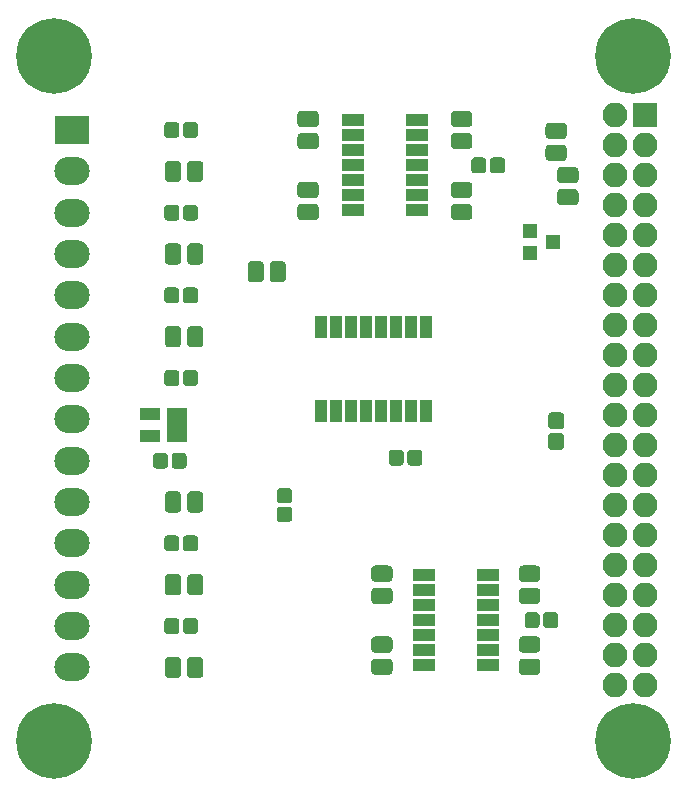
<source format=gbr>
G04 #@! TF.GenerationSoftware,KiCad,Pcbnew,5.0.0-rc3-unknown-14ce5182~65~ubuntu16.04.1*
G04 #@! TF.CreationDate,2018-07-31T19:28:55+01:00*
G04 #@! TF.ProjectId,test,746573742E6B696361645F7063620000,rev?*
G04 #@! TF.SameCoordinates,Original*
G04 #@! TF.FileFunction,Soldermask,Top*
G04 #@! TF.FilePolarity,Negative*
%FSLAX46Y46*%
G04 Gerber Fmt 4.6, Leading zero omitted, Abs format (unit mm)*
G04 Created by KiCad (PCBNEW 5.0.0-rc3-unknown-14ce5182~65~ubuntu16.04.1) date Tue Jul 31 19:28:55 2018*
%MOMM*%
%LPD*%
G01*
G04 APERTURE LIST*
%ADD10R,3.000000X2.400000*%
%ADD11O,3.000000X2.400000*%
%ADD12C,6.400000*%
%ADD13R,1.300000X1.200000*%
%ADD14C,0.100000*%
%ADD15C,1.375000*%
%ADD16C,1.275000*%
%ADD17R,2.100000X2.100000*%
%ADD18O,2.100000X2.100000*%
%ADD19R,1.900000X1.000000*%
%ADD20R,1.000000X1.900000*%
%ADD21C,1.350000*%
%ADD22R,1.790000X0.980000*%
G04 APERTURE END LIST*
D10*
G04 #@! TO.C,J1*
X142500000Y-55500000D03*
D11*
X142500000Y-59000000D03*
X142500000Y-62500000D03*
X142500000Y-66000000D03*
X142500000Y-69500000D03*
X142500000Y-73000000D03*
X142500000Y-76500000D03*
X142500000Y-80000000D03*
X142500000Y-83500000D03*
X142500000Y-87000000D03*
X142500000Y-90500000D03*
X142500000Y-94000000D03*
X142500000Y-97500000D03*
X142500000Y-101000000D03*
G04 #@! TD*
D12*
G04 #@! TO.C,REF\002A\002A*
X141000000Y-49250000D03*
G04 #@! TD*
G04 #@! TO.C,REF\002A\002A*
X190000000Y-49250000D03*
G04 #@! TD*
G04 #@! TO.C,REF\002A\002A*
X190000000Y-107250000D03*
G04 #@! TD*
D13*
G04 #@! TO.C,D1*
X181250000Y-64050000D03*
X181250000Y-65950000D03*
X183250000Y-65000000D03*
G04 #@! TD*
D14*
G04 #@! TO.C,R1*
G36*
X184089943Y-54876655D02*
X184123312Y-54881605D01*
X184156035Y-54889802D01*
X184187797Y-54901166D01*
X184218293Y-54915590D01*
X184247227Y-54932932D01*
X184274323Y-54953028D01*
X184299318Y-54975682D01*
X184321972Y-55000677D01*
X184342068Y-55027773D01*
X184359410Y-55056707D01*
X184373834Y-55087203D01*
X184385198Y-55118965D01*
X184393395Y-55151688D01*
X184398345Y-55185057D01*
X184400000Y-55218750D01*
X184400000Y-55906250D01*
X184398345Y-55939943D01*
X184393395Y-55973312D01*
X184385198Y-56006035D01*
X184373834Y-56037797D01*
X184359410Y-56068293D01*
X184342068Y-56097227D01*
X184321972Y-56124323D01*
X184299318Y-56149318D01*
X184274323Y-56171972D01*
X184247227Y-56192068D01*
X184218293Y-56209410D01*
X184187797Y-56223834D01*
X184156035Y-56235198D01*
X184123312Y-56243395D01*
X184089943Y-56248345D01*
X184056250Y-56250000D01*
X182943750Y-56250000D01*
X182910057Y-56248345D01*
X182876688Y-56243395D01*
X182843965Y-56235198D01*
X182812203Y-56223834D01*
X182781707Y-56209410D01*
X182752773Y-56192068D01*
X182725677Y-56171972D01*
X182700682Y-56149318D01*
X182678028Y-56124323D01*
X182657932Y-56097227D01*
X182640590Y-56068293D01*
X182626166Y-56037797D01*
X182614802Y-56006035D01*
X182606605Y-55973312D01*
X182601655Y-55939943D01*
X182600000Y-55906250D01*
X182600000Y-55218750D01*
X182601655Y-55185057D01*
X182606605Y-55151688D01*
X182614802Y-55118965D01*
X182626166Y-55087203D01*
X182640590Y-55056707D01*
X182657932Y-55027773D01*
X182678028Y-55000677D01*
X182700682Y-54975682D01*
X182725677Y-54953028D01*
X182752773Y-54932932D01*
X182781707Y-54915590D01*
X182812203Y-54901166D01*
X182843965Y-54889802D01*
X182876688Y-54881605D01*
X182910057Y-54876655D01*
X182943750Y-54875000D01*
X184056250Y-54875000D01*
X184089943Y-54876655D01*
X184089943Y-54876655D01*
G37*
D15*
X183500000Y-55562500D03*
D14*
G36*
X184089943Y-56751655D02*
X184123312Y-56756605D01*
X184156035Y-56764802D01*
X184187797Y-56776166D01*
X184218293Y-56790590D01*
X184247227Y-56807932D01*
X184274323Y-56828028D01*
X184299318Y-56850682D01*
X184321972Y-56875677D01*
X184342068Y-56902773D01*
X184359410Y-56931707D01*
X184373834Y-56962203D01*
X184385198Y-56993965D01*
X184393395Y-57026688D01*
X184398345Y-57060057D01*
X184400000Y-57093750D01*
X184400000Y-57781250D01*
X184398345Y-57814943D01*
X184393395Y-57848312D01*
X184385198Y-57881035D01*
X184373834Y-57912797D01*
X184359410Y-57943293D01*
X184342068Y-57972227D01*
X184321972Y-57999323D01*
X184299318Y-58024318D01*
X184274323Y-58046972D01*
X184247227Y-58067068D01*
X184218293Y-58084410D01*
X184187797Y-58098834D01*
X184156035Y-58110198D01*
X184123312Y-58118395D01*
X184089943Y-58123345D01*
X184056250Y-58125000D01*
X182943750Y-58125000D01*
X182910057Y-58123345D01*
X182876688Y-58118395D01*
X182843965Y-58110198D01*
X182812203Y-58098834D01*
X182781707Y-58084410D01*
X182752773Y-58067068D01*
X182725677Y-58046972D01*
X182700682Y-58024318D01*
X182678028Y-57999323D01*
X182657932Y-57972227D01*
X182640590Y-57943293D01*
X182626166Y-57912797D01*
X182614802Y-57881035D01*
X182606605Y-57848312D01*
X182601655Y-57814943D01*
X182600000Y-57781250D01*
X182600000Y-57093750D01*
X182601655Y-57060057D01*
X182606605Y-57026688D01*
X182614802Y-56993965D01*
X182626166Y-56962203D01*
X182640590Y-56931707D01*
X182657932Y-56902773D01*
X182678028Y-56875677D01*
X182700682Y-56850682D01*
X182725677Y-56828028D01*
X182752773Y-56807932D01*
X182781707Y-56790590D01*
X182812203Y-56776166D01*
X182843965Y-56764802D01*
X182876688Y-56756605D01*
X182910057Y-56751655D01*
X182943750Y-56750000D01*
X184056250Y-56750000D01*
X184089943Y-56751655D01*
X184089943Y-56751655D01*
G37*
D15*
X183500000Y-57437500D03*
G04 #@! TD*
D14*
G04 #@! TO.C,R2*
G36*
X185089943Y-60501655D02*
X185123312Y-60506605D01*
X185156035Y-60514802D01*
X185187797Y-60526166D01*
X185218293Y-60540590D01*
X185247227Y-60557932D01*
X185274323Y-60578028D01*
X185299318Y-60600682D01*
X185321972Y-60625677D01*
X185342068Y-60652773D01*
X185359410Y-60681707D01*
X185373834Y-60712203D01*
X185385198Y-60743965D01*
X185393395Y-60776688D01*
X185398345Y-60810057D01*
X185400000Y-60843750D01*
X185400000Y-61531250D01*
X185398345Y-61564943D01*
X185393395Y-61598312D01*
X185385198Y-61631035D01*
X185373834Y-61662797D01*
X185359410Y-61693293D01*
X185342068Y-61722227D01*
X185321972Y-61749323D01*
X185299318Y-61774318D01*
X185274323Y-61796972D01*
X185247227Y-61817068D01*
X185218293Y-61834410D01*
X185187797Y-61848834D01*
X185156035Y-61860198D01*
X185123312Y-61868395D01*
X185089943Y-61873345D01*
X185056250Y-61875000D01*
X183943750Y-61875000D01*
X183910057Y-61873345D01*
X183876688Y-61868395D01*
X183843965Y-61860198D01*
X183812203Y-61848834D01*
X183781707Y-61834410D01*
X183752773Y-61817068D01*
X183725677Y-61796972D01*
X183700682Y-61774318D01*
X183678028Y-61749323D01*
X183657932Y-61722227D01*
X183640590Y-61693293D01*
X183626166Y-61662797D01*
X183614802Y-61631035D01*
X183606605Y-61598312D01*
X183601655Y-61564943D01*
X183600000Y-61531250D01*
X183600000Y-60843750D01*
X183601655Y-60810057D01*
X183606605Y-60776688D01*
X183614802Y-60743965D01*
X183626166Y-60712203D01*
X183640590Y-60681707D01*
X183657932Y-60652773D01*
X183678028Y-60625677D01*
X183700682Y-60600682D01*
X183725677Y-60578028D01*
X183752773Y-60557932D01*
X183781707Y-60540590D01*
X183812203Y-60526166D01*
X183843965Y-60514802D01*
X183876688Y-60506605D01*
X183910057Y-60501655D01*
X183943750Y-60500000D01*
X185056250Y-60500000D01*
X185089943Y-60501655D01*
X185089943Y-60501655D01*
G37*
D15*
X184500000Y-61187500D03*
D14*
G36*
X185089943Y-58626655D02*
X185123312Y-58631605D01*
X185156035Y-58639802D01*
X185187797Y-58651166D01*
X185218293Y-58665590D01*
X185247227Y-58682932D01*
X185274323Y-58703028D01*
X185299318Y-58725682D01*
X185321972Y-58750677D01*
X185342068Y-58777773D01*
X185359410Y-58806707D01*
X185373834Y-58837203D01*
X185385198Y-58868965D01*
X185393395Y-58901688D01*
X185398345Y-58935057D01*
X185400000Y-58968750D01*
X185400000Y-59656250D01*
X185398345Y-59689943D01*
X185393395Y-59723312D01*
X185385198Y-59756035D01*
X185373834Y-59787797D01*
X185359410Y-59818293D01*
X185342068Y-59847227D01*
X185321972Y-59874323D01*
X185299318Y-59899318D01*
X185274323Y-59921972D01*
X185247227Y-59942068D01*
X185218293Y-59959410D01*
X185187797Y-59973834D01*
X185156035Y-59985198D01*
X185123312Y-59993395D01*
X185089943Y-59998345D01*
X185056250Y-60000000D01*
X183943750Y-60000000D01*
X183910057Y-59998345D01*
X183876688Y-59993395D01*
X183843965Y-59985198D01*
X183812203Y-59973834D01*
X183781707Y-59959410D01*
X183752773Y-59942068D01*
X183725677Y-59921972D01*
X183700682Y-59899318D01*
X183678028Y-59874323D01*
X183657932Y-59847227D01*
X183640590Y-59818293D01*
X183626166Y-59787797D01*
X183614802Y-59756035D01*
X183606605Y-59723312D01*
X183601655Y-59689943D01*
X183600000Y-59656250D01*
X183600000Y-58968750D01*
X183601655Y-58935057D01*
X183606605Y-58901688D01*
X183614802Y-58868965D01*
X183626166Y-58837203D01*
X183640590Y-58806707D01*
X183657932Y-58777773D01*
X183678028Y-58750677D01*
X183700682Y-58725682D01*
X183725677Y-58703028D01*
X183752773Y-58682932D01*
X183781707Y-58665590D01*
X183812203Y-58651166D01*
X183843965Y-58639802D01*
X183876688Y-58631605D01*
X183910057Y-58626655D01*
X183943750Y-58625000D01*
X185056250Y-58625000D01*
X185089943Y-58626655D01*
X185089943Y-58626655D01*
G37*
D15*
X184500000Y-59312500D03*
G04 #@! TD*
D14*
G04 #@! TO.C,R3*
G36*
X176089943Y-61751655D02*
X176123312Y-61756605D01*
X176156035Y-61764802D01*
X176187797Y-61776166D01*
X176218293Y-61790590D01*
X176247227Y-61807932D01*
X176274323Y-61828028D01*
X176299318Y-61850682D01*
X176321972Y-61875677D01*
X176342068Y-61902773D01*
X176359410Y-61931707D01*
X176373834Y-61962203D01*
X176385198Y-61993965D01*
X176393395Y-62026688D01*
X176398345Y-62060057D01*
X176400000Y-62093750D01*
X176400000Y-62781250D01*
X176398345Y-62814943D01*
X176393395Y-62848312D01*
X176385198Y-62881035D01*
X176373834Y-62912797D01*
X176359410Y-62943293D01*
X176342068Y-62972227D01*
X176321972Y-62999323D01*
X176299318Y-63024318D01*
X176274323Y-63046972D01*
X176247227Y-63067068D01*
X176218293Y-63084410D01*
X176187797Y-63098834D01*
X176156035Y-63110198D01*
X176123312Y-63118395D01*
X176089943Y-63123345D01*
X176056250Y-63125000D01*
X174943750Y-63125000D01*
X174910057Y-63123345D01*
X174876688Y-63118395D01*
X174843965Y-63110198D01*
X174812203Y-63098834D01*
X174781707Y-63084410D01*
X174752773Y-63067068D01*
X174725677Y-63046972D01*
X174700682Y-63024318D01*
X174678028Y-62999323D01*
X174657932Y-62972227D01*
X174640590Y-62943293D01*
X174626166Y-62912797D01*
X174614802Y-62881035D01*
X174606605Y-62848312D01*
X174601655Y-62814943D01*
X174600000Y-62781250D01*
X174600000Y-62093750D01*
X174601655Y-62060057D01*
X174606605Y-62026688D01*
X174614802Y-61993965D01*
X174626166Y-61962203D01*
X174640590Y-61931707D01*
X174657932Y-61902773D01*
X174678028Y-61875677D01*
X174700682Y-61850682D01*
X174725677Y-61828028D01*
X174752773Y-61807932D01*
X174781707Y-61790590D01*
X174812203Y-61776166D01*
X174843965Y-61764802D01*
X174876688Y-61756605D01*
X174910057Y-61751655D01*
X174943750Y-61750000D01*
X176056250Y-61750000D01*
X176089943Y-61751655D01*
X176089943Y-61751655D01*
G37*
D15*
X175500000Y-62437500D03*
D14*
G36*
X176089943Y-59876655D02*
X176123312Y-59881605D01*
X176156035Y-59889802D01*
X176187797Y-59901166D01*
X176218293Y-59915590D01*
X176247227Y-59932932D01*
X176274323Y-59953028D01*
X176299318Y-59975682D01*
X176321972Y-60000677D01*
X176342068Y-60027773D01*
X176359410Y-60056707D01*
X176373834Y-60087203D01*
X176385198Y-60118965D01*
X176393395Y-60151688D01*
X176398345Y-60185057D01*
X176400000Y-60218750D01*
X176400000Y-60906250D01*
X176398345Y-60939943D01*
X176393395Y-60973312D01*
X176385198Y-61006035D01*
X176373834Y-61037797D01*
X176359410Y-61068293D01*
X176342068Y-61097227D01*
X176321972Y-61124323D01*
X176299318Y-61149318D01*
X176274323Y-61171972D01*
X176247227Y-61192068D01*
X176218293Y-61209410D01*
X176187797Y-61223834D01*
X176156035Y-61235198D01*
X176123312Y-61243395D01*
X176089943Y-61248345D01*
X176056250Y-61250000D01*
X174943750Y-61250000D01*
X174910057Y-61248345D01*
X174876688Y-61243395D01*
X174843965Y-61235198D01*
X174812203Y-61223834D01*
X174781707Y-61209410D01*
X174752773Y-61192068D01*
X174725677Y-61171972D01*
X174700682Y-61149318D01*
X174678028Y-61124323D01*
X174657932Y-61097227D01*
X174640590Y-61068293D01*
X174626166Y-61037797D01*
X174614802Y-61006035D01*
X174606605Y-60973312D01*
X174601655Y-60939943D01*
X174600000Y-60906250D01*
X174600000Y-60218750D01*
X174601655Y-60185057D01*
X174606605Y-60151688D01*
X174614802Y-60118965D01*
X174626166Y-60087203D01*
X174640590Y-60056707D01*
X174657932Y-60027773D01*
X174678028Y-60000677D01*
X174700682Y-59975682D01*
X174725677Y-59953028D01*
X174752773Y-59932932D01*
X174781707Y-59915590D01*
X174812203Y-59901166D01*
X174843965Y-59889802D01*
X174876688Y-59881605D01*
X174910057Y-59876655D01*
X174943750Y-59875000D01*
X176056250Y-59875000D01*
X176089943Y-59876655D01*
X176089943Y-59876655D01*
G37*
D15*
X175500000Y-60562500D03*
G04 #@! TD*
D14*
G04 #@! TO.C,R4*
G36*
X181839943Y-98376655D02*
X181873312Y-98381605D01*
X181906035Y-98389802D01*
X181937797Y-98401166D01*
X181968293Y-98415590D01*
X181997227Y-98432932D01*
X182024323Y-98453028D01*
X182049318Y-98475682D01*
X182071972Y-98500677D01*
X182092068Y-98527773D01*
X182109410Y-98556707D01*
X182123834Y-98587203D01*
X182135198Y-98618965D01*
X182143395Y-98651688D01*
X182148345Y-98685057D01*
X182150000Y-98718750D01*
X182150000Y-99406250D01*
X182148345Y-99439943D01*
X182143395Y-99473312D01*
X182135198Y-99506035D01*
X182123834Y-99537797D01*
X182109410Y-99568293D01*
X182092068Y-99597227D01*
X182071972Y-99624323D01*
X182049318Y-99649318D01*
X182024323Y-99671972D01*
X181997227Y-99692068D01*
X181968293Y-99709410D01*
X181937797Y-99723834D01*
X181906035Y-99735198D01*
X181873312Y-99743395D01*
X181839943Y-99748345D01*
X181806250Y-99750000D01*
X180693750Y-99750000D01*
X180660057Y-99748345D01*
X180626688Y-99743395D01*
X180593965Y-99735198D01*
X180562203Y-99723834D01*
X180531707Y-99709410D01*
X180502773Y-99692068D01*
X180475677Y-99671972D01*
X180450682Y-99649318D01*
X180428028Y-99624323D01*
X180407932Y-99597227D01*
X180390590Y-99568293D01*
X180376166Y-99537797D01*
X180364802Y-99506035D01*
X180356605Y-99473312D01*
X180351655Y-99439943D01*
X180350000Y-99406250D01*
X180350000Y-98718750D01*
X180351655Y-98685057D01*
X180356605Y-98651688D01*
X180364802Y-98618965D01*
X180376166Y-98587203D01*
X180390590Y-98556707D01*
X180407932Y-98527773D01*
X180428028Y-98500677D01*
X180450682Y-98475682D01*
X180475677Y-98453028D01*
X180502773Y-98432932D01*
X180531707Y-98415590D01*
X180562203Y-98401166D01*
X180593965Y-98389802D01*
X180626688Y-98381605D01*
X180660057Y-98376655D01*
X180693750Y-98375000D01*
X181806250Y-98375000D01*
X181839943Y-98376655D01*
X181839943Y-98376655D01*
G37*
D15*
X181250000Y-99062500D03*
D14*
G36*
X181839943Y-100251655D02*
X181873312Y-100256605D01*
X181906035Y-100264802D01*
X181937797Y-100276166D01*
X181968293Y-100290590D01*
X181997227Y-100307932D01*
X182024323Y-100328028D01*
X182049318Y-100350682D01*
X182071972Y-100375677D01*
X182092068Y-100402773D01*
X182109410Y-100431707D01*
X182123834Y-100462203D01*
X182135198Y-100493965D01*
X182143395Y-100526688D01*
X182148345Y-100560057D01*
X182150000Y-100593750D01*
X182150000Y-101281250D01*
X182148345Y-101314943D01*
X182143395Y-101348312D01*
X182135198Y-101381035D01*
X182123834Y-101412797D01*
X182109410Y-101443293D01*
X182092068Y-101472227D01*
X182071972Y-101499323D01*
X182049318Y-101524318D01*
X182024323Y-101546972D01*
X181997227Y-101567068D01*
X181968293Y-101584410D01*
X181937797Y-101598834D01*
X181906035Y-101610198D01*
X181873312Y-101618395D01*
X181839943Y-101623345D01*
X181806250Y-101625000D01*
X180693750Y-101625000D01*
X180660057Y-101623345D01*
X180626688Y-101618395D01*
X180593965Y-101610198D01*
X180562203Y-101598834D01*
X180531707Y-101584410D01*
X180502773Y-101567068D01*
X180475677Y-101546972D01*
X180450682Y-101524318D01*
X180428028Y-101499323D01*
X180407932Y-101472227D01*
X180390590Y-101443293D01*
X180376166Y-101412797D01*
X180364802Y-101381035D01*
X180356605Y-101348312D01*
X180351655Y-101314943D01*
X180350000Y-101281250D01*
X180350000Y-100593750D01*
X180351655Y-100560057D01*
X180356605Y-100526688D01*
X180364802Y-100493965D01*
X180376166Y-100462203D01*
X180390590Y-100431707D01*
X180407932Y-100402773D01*
X180428028Y-100375677D01*
X180450682Y-100350682D01*
X180475677Y-100328028D01*
X180502773Y-100307932D01*
X180531707Y-100290590D01*
X180562203Y-100276166D01*
X180593965Y-100264802D01*
X180626688Y-100256605D01*
X180660057Y-100251655D01*
X180693750Y-100250000D01*
X181806250Y-100250000D01*
X181839943Y-100251655D01*
X181839943Y-100251655D01*
G37*
D15*
X181250000Y-100937500D03*
G04 #@! TD*
D14*
G04 #@! TO.C,R5*
G36*
X176089943Y-53876655D02*
X176123312Y-53881605D01*
X176156035Y-53889802D01*
X176187797Y-53901166D01*
X176218293Y-53915590D01*
X176247227Y-53932932D01*
X176274323Y-53953028D01*
X176299318Y-53975682D01*
X176321972Y-54000677D01*
X176342068Y-54027773D01*
X176359410Y-54056707D01*
X176373834Y-54087203D01*
X176385198Y-54118965D01*
X176393395Y-54151688D01*
X176398345Y-54185057D01*
X176400000Y-54218750D01*
X176400000Y-54906250D01*
X176398345Y-54939943D01*
X176393395Y-54973312D01*
X176385198Y-55006035D01*
X176373834Y-55037797D01*
X176359410Y-55068293D01*
X176342068Y-55097227D01*
X176321972Y-55124323D01*
X176299318Y-55149318D01*
X176274323Y-55171972D01*
X176247227Y-55192068D01*
X176218293Y-55209410D01*
X176187797Y-55223834D01*
X176156035Y-55235198D01*
X176123312Y-55243395D01*
X176089943Y-55248345D01*
X176056250Y-55250000D01*
X174943750Y-55250000D01*
X174910057Y-55248345D01*
X174876688Y-55243395D01*
X174843965Y-55235198D01*
X174812203Y-55223834D01*
X174781707Y-55209410D01*
X174752773Y-55192068D01*
X174725677Y-55171972D01*
X174700682Y-55149318D01*
X174678028Y-55124323D01*
X174657932Y-55097227D01*
X174640590Y-55068293D01*
X174626166Y-55037797D01*
X174614802Y-55006035D01*
X174606605Y-54973312D01*
X174601655Y-54939943D01*
X174600000Y-54906250D01*
X174600000Y-54218750D01*
X174601655Y-54185057D01*
X174606605Y-54151688D01*
X174614802Y-54118965D01*
X174626166Y-54087203D01*
X174640590Y-54056707D01*
X174657932Y-54027773D01*
X174678028Y-54000677D01*
X174700682Y-53975682D01*
X174725677Y-53953028D01*
X174752773Y-53932932D01*
X174781707Y-53915590D01*
X174812203Y-53901166D01*
X174843965Y-53889802D01*
X174876688Y-53881605D01*
X174910057Y-53876655D01*
X174943750Y-53875000D01*
X176056250Y-53875000D01*
X176089943Y-53876655D01*
X176089943Y-53876655D01*
G37*
D15*
X175500000Y-54562500D03*
D14*
G36*
X176089943Y-55751655D02*
X176123312Y-55756605D01*
X176156035Y-55764802D01*
X176187797Y-55776166D01*
X176218293Y-55790590D01*
X176247227Y-55807932D01*
X176274323Y-55828028D01*
X176299318Y-55850682D01*
X176321972Y-55875677D01*
X176342068Y-55902773D01*
X176359410Y-55931707D01*
X176373834Y-55962203D01*
X176385198Y-55993965D01*
X176393395Y-56026688D01*
X176398345Y-56060057D01*
X176400000Y-56093750D01*
X176400000Y-56781250D01*
X176398345Y-56814943D01*
X176393395Y-56848312D01*
X176385198Y-56881035D01*
X176373834Y-56912797D01*
X176359410Y-56943293D01*
X176342068Y-56972227D01*
X176321972Y-56999323D01*
X176299318Y-57024318D01*
X176274323Y-57046972D01*
X176247227Y-57067068D01*
X176218293Y-57084410D01*
X176187797Y-57098834D01*
X176156035Y-57110198D01*
X176123312Y-57118395D01*
X176089943Y-57123345D01*
X176056250Y-57125000D01*
X174943750Y-57125000D01*
X174910057Y-57123345D01*
X174876688Y-57118395D01*
X174843965Y-57110198D01*
X174812203Y-57098834D01*
X174781707Y-57084410D01*
X174752773Y-57067068D01*
X174725677Y-57046972D01*
X174700682Y-57024318D01*
X174678028Y-56999323D01*
X174657932Y-56972227D01*
X174640590Y-56943293D01*
X174626166Y-56912797D01*
X174614802Y-56881035D01*
X174606605Y-56848312D01*
X174601655Y-56814943D01*
X174600000Y-56781250D01*
X174600000Y-56093750D01*
X174601655Y-56060057D01*
X174606605Y-56026688D01*
X174614802Y-55993965D01*
X174626166Y-55962203D01*
X174640590Y-55931707D01*
X174657932Y-55902773D01*
X174678028Y-55875677D01*
X174700682Y-55850682D01*
X174725677Y-55828028D01*
X174752773Y-55807932D01*
X174781707Y-55790590D01*
X174812203Y-55776166D01*
X174843965Y-55764802D01*
X174876688Y-55756605D01*
X174910057Y-55751655D01*
X174943750Y-55750000D01*
X176056250Y-55750000D01*
X176089943Y-55751655D01*
X176089943Y-55751655D01*
G37*
D15*
X175500000Y-56437500D03*
G04 #@! TD*
D14*
G04 #@! TO.C,R6*
G36*
X163089943Y-55751655D02*
X163123312Y-55756605D01*
X163156035Y-55764802D01*
X163187797Y-55776166D01*
X163218293Y-55790590D01*
X163247227Y-55807932D01*
X163274323Y-55828028D01*
X163299318Y-55850682D01*
X163321972Y-55875677D01*
X163342068Y-55902773D01*
X163359410Y-55931707D01*
X163373834Y-55962203D01*
X163385198Y-55993965D01*
X163393395Y-56026688D01*
X163398345Y-56060057D01*
X163400000Y-56093750D01*
X163400000Y-56781250D01*
X163398345Y-56814943D01*
X163393395Y-56848312D01*
X163385198Y-56881035D01*
X163373834Y-56912797D01*
X163359410Y-56943293D01*
X163342068Y-56972227D01*
X163321972Y-56999323D01*
X163299318Y-57024318D01*
X163274323Y-57046972D01*
X163247227Y-57067068D01*
X163218293Y-57084410D01*
X163187797Y-57098834D01*
X163156035Y-57110198D01*
X163123312Y-57118395D01*
X163089943Y-57123345D01*
X163056250Y-57125000D01*
X161943750Y-57125000D01*
X161910057Y-57123345D01*
X161876688Y-57118395D01*
X161843965Y-57110198D01*
X161812203Y-57098834D01*
X161781707Y-57084410D01*
X161752773Y-57067068D01*
X161725677Y-57046972D01*
X161700682Y-57024318D01*
X161678028Y-56999323D01*
X161657932Y-56972227D01*
X161640590Y-56943293D01*
X161626166Y-56912797D01*
X161614802Y-56881035D01*
X161606605Y-56848312D01*
X161601655Y-56814943D01*
X161600000Y-56781250D01*
X161600000Y-56093750D01*
X161601655Y-56060057D01*
X161606605Y-56026688D01*
X161614802Y-55993965D01*
X161626166Y-55962203D01*
X161640590Y-55931707D01*
X161657932Y-55902773D01*
X161678028Y-55875677D01*
X161700682Y-55850682D01*
X161725677Y-55828028D01*
X161752773Y-55807932D01*
X161781707Y-55790590D01*
X161812203Y-55776166D01*
X161843965Y-55764802D01*
X161876688Y-55756605D01*
X161910057Y-55751655D01*
X161943750Y-55750000D01*
X163056250Y-55750000D01*
X163089943Y-55751655D01*
X163089943Y-55751655D01*
G37*
D15*
X162500000Y-56437500D03*
D14*
G36*
X163089943Y-53876655D02*
X163123312Y-53881605D01*
X163156035Y-53889802D01*
X163187797Y-53901166D01*
X163218293Y-53915590D01*
X163247227Y-53932932D01*
X163274323Y-53953028D01*
X163299318Y-53975682D01*
X163321972Y-54000677D01*
X163342068Y-54027773D01*
X163359410Y-54056707D01*
X163373834Y-54087203D01*
X163385198Y-54118965D01*
X163393395Y-54151688D01*
X163398345Y-54185057D01*
X163400000Y-54218750D01*
X163400000Y-54906250D01*
X163398345Y-54939943D01*
X163393395Y-54973312D01*
X163385198Y-55006035D01*
X163373834Y-55037797D01*
X163359410Y-55068293D01*
X163342068Y-55097227D01*
X163321972Y-55124323D01*
X163299318Y-55149318D01*
X163274323Y-55171972D01*
X163247227Y-55192068D01*
X163218293Y-55209410D01*
X163187797Y-55223834D01*
X163156035Y-55235198D01*
X163123312Y-55243395D01*
X163089943Y-55248345D01*
X163056250Y-55250000D01*
X161943750Y-55250000D01*
X161910057Y-55248345D01*
X161876688Y-55243395D01*
X161843965Y-55235198D01*
X161812203Y-55223834D01*
X161781707Y-55209410D01*
X161752773Y-55192068D01*
X161725677Y-55171972D01*
X161700682Y-55149318D01*
X161678028Y-55124323D01*
X161657932Y-55097227D01*
X161640590Y-55068293D01*
X161626166Y-55037797D01*
X161614802Y-55006035D01*
X161606605Y-54973312D01*
X161601655Y-54939943D01*
X161600000Y-54906250D01*
X161600000Y-54218750D01*
X161601655Y-54185057D01*
X161606605Y-54151688D01*
X161614802Y-54118965D01*
X161626166Y-54087203D01*
X161640590Y-54056707D01*
X161657932Y-54027773D01*
X161678028Y-54000677D01*
X161700682Y-53975682D01*
X161725677Y-53953028D01*
X161752773Y-53932932D01*
X161781707Y-53915590D01*
X161812203Y-53901166D01*
X161843965Y-53889802D01*
X161876688Y-53881605D01*
X161910057Y-53876655D01*
X161943750Y-53875000D01*
X163056250Y-53875000D01*
X163089943Y-53876655D01*
X163089943Y-53876655D01*
G37*
D15*
X162500000Y-54562500D03*
G04 #@! TD*
D14*
G04 #@! TO.C,R7*
G36*
X163089943Y-59876655D02*
X163123312Y-59881605D01*
X163156035Y-59889802D01*
X163187797Y-59901166D01*
X163218293Y-59915590D01*
X163247227Y-59932932D01*
X163274323Y-59953028D01*
X163299318Y-59975682D01*
X163321972Y-60000677D01*
X163342068Y-60027773D01*
X163359410Y-60056707D01*
X163373834Y-60087203D01*
X163385198Y-60118965D01*
X163393395Y-60151688D01*
X163398345Y-60185057D01*
X163400000Y-60218750D01*
X163400000Y-60906250D01*
X163398345Y-60939943D01*
X163393395Y-60973312D01*
X163385198Y-61006035D01*
X163373834Y-61037797D01*
X163359410Y-61068293D01*
X163342068Y-61097227D01*
X163321972Y-61124323D01*
X163299318Y-61149318D01*
X163274323Y-61171972D01*
X163247227Y-61192068D01*
X163218293Y-61209410D01*
X163187797Y-61223834D01*
X163156035Y-61235198D01*
X163123312Y-61243395D01*
X163089943Y-61248345D01*
X163056250Y-61250000D01*
X161943750Y-61250000D01*
X161910057Y-61248345D01*
X161876688Y-61243395D01*
X161843965Y-61235198D01*
X161812203Y-61223834D01*
X161781707Y-61209410D01*
X161752773Y-61192068D01*
X161725677Y-61171972D01*
X161700682Y-61149318D01*
X161678028Y-61124323D01*
X161657932Y-61097227D01*
X161640590Y-61068293D01*
X161626166Y-61037797D01*
X161614802Y-61006035D01*
X161606605Y-60973312D01*
X161601655Y-60939943D01*
X161600000Y-60906250D01*
X161600000Y-60218750D01*
X161601655Y-60185057D01*
X161606605Y-60151688D01*
X161614802Y-60118965D01*
X161626166Y-60087203D01*
X161640590Y-60056707D01*
X161657932Y-60027773D01*
X161678028Y-60000677D01*
X161700682Y-59975682D01*
X161725677Y-59953028D01*
X161752773Y-59932932D01*
X161781707Y-59915590D01*
X161812203Y-59901166D01*
X161843965Y-59889802D01*
X161876688Y-59881605D01*
X161910057Y-59876655D01*
X161943750Y-59875000D01*
X163056250Y-59875000D01*
X163089943Y-59876655D01*
X163089943Y-59876655D01*
G37*
D15*
X162500000Y-60562500D03*
D14*
G36*
X163089943Y-61751655D02*
X163123312Y-61756605D01*
X163156035Y-61764802D01*
X163187797Y-61776166D01*
X163218293Y-61790590D01*
X163247227Y-61807932D01*
X163274323Y-61828028D01*
X163299318Y-61850682D01*
X163321972Y-61875677D01*
X163342068Y-61902773D01*
X163359410Y-61931707D01*
X163373834Y-61962203D01*
X163385198Y-61993965D01*
X163393395Y-62026688D01*
X163398345Y-62060057D01*
X163400000Y-62093750D01*
X163400000Y-62781250D01*
X163398345Y-62814943D01*
X163393395Y-62848312D01*
X163385198Y-62881035D01*
X163373834Y-62912797D01*
X163359410Y-62943293D01*
X163342068Y-62972227D01*
X163321972Y-62999323D01*
X163299318Y-63024318D01*
X163274323Y-63046972D01*
X163247227Y-63067068D01*
X163218293Y-63084410D01*
X163187797Y-63098834D01*
X163156035Y-63110198D01*
X163123312Y-63118395D01*
X163089943Y-63123345D01*
X163056250Y-63125000D01*
X161943750Y-63125000D01*
X161910057Y-63123345D01*
X161876688Y-63118395D01*
X161843965Y-63110198D01*
X161812203Y-63098834D01*
X161781707Y-63084410D01*
X161752773Y-63067068D01*
X161725677Y-63046972D01*
X161700682Y-63024318D01*
X161678028Y-62999323D01*
X161657932Y-62972227D01*
X161640590Y-62943293D01*
X161626166Y-62912797D01*
X161614802Y-62881035D01*
X161606605Y-62848312D01*
X161601655Y-62814943D01*
X161600000Y-62781250D01*
X161600000Y-62093750D01*
X161601655Y-62060057D01*
X161606605Y-62026688D01*
X161614802Y-61993965D01*
X161626166Y-61962203D01*
X161640590Y-61931707D01*
X161657932Y-61902773D01*
X161678028Y-61875677D01*
X161700682Y-61850682D01*
X161725677Y-61828028D01*
X161752773Y-61807932D01*
X161781707Y-61790590D01*
X161812203Y-61776166D01*
X161843965Y-61764802D01*
X161876688Y-61756605D01*
X161910057Y-61751655D01*
X161943750Y-61750000D01*
X163056250Y-61750000D01*
X163089943Y-61751655D01*
X163089943Y-61751655D01*
G37*
D15*
X162500000Y-62437500D03*
G04 #@! TD*
D14*
G04 #@! TO.C,R8*
G36*
X181839943Y-94251655D02*
X181873312Y-94256605D01*
X181906035Y-94264802D01*
X181937797Y-94276166D01*
X181968293Y-94290590D01*
X181997227Y-94307932D01*
X182024323Y-94328028D01*
X182049318Y-94350682D01*
X182071972Y-94375677D01*
X182092068Y-94402773D01*
X182109410Y-94431707D01*
X182123834Y-94462203D01*
X182135198Y-94493965D01*
X182143395Y-94526688D01*
X182148345Y-94560057D01*
X182150000Y-94593750D01*
X182150000Y-95281250D01*
X182148345Y-95314943D01*
X182143395Y-95348312D01*
X182135198Y-95381035D01*
X182123834Y-95412797D01*
X182109410Y-95443293D01*
X182092068Y-95472227D01*
X182071972Y-95499323D01*
X182049318Y-95524318D01*
X182024323Y-95546972D01*
X181997227Y-95567068D01*
X181968293Y-95584410D01*
X181937797Y-95598834D01*
X181906035Y-95610198D01*
X181873312Y-95618395D01*
X181839943Y-95623345D01*
X181806250Y-95625000D01*
X180693750Y-95625000D01*
X180660057Y-95623345D01*
X180626688Y-95618395D01*
X180593965Y-95610198D01*
X180562203Y-95598834D01*
X180531707Y-95584410D01*
X180502773Y-95567068D01*
X180475677Y-95546972D01*
X180450682Y-95524318D01*
X180428028Y-95499323D01*
X180407932Y-95472227D01*
X180390590Y-95443293D01*
X180376166Y-95412797D01*
X180364802Y-95381035D01*
X180356605Y-95348312D01*
X180351655Y-95314943D01*
X180350000Y-95281250D01*
X180350000Y-94593750D01*
X180351655Y-94560057D01*
X180356605Y-94526688D01*
X180364802Y-94493965D01*
X180376166Y-94462203D01*
X180390590Y-94431707D01*
X180407932Y-94402773D01*
X180428028Y-94375677D01*
X180450682Y-94350682D01*
X180475677Y-94328028D01*
X180502773Y-94307932D01*
X180531707Y-94290590D01*
X180562203Y-94276166D01*
X180593965Y-94264802D01*
X180626688Y-94256605D01*
X180660057Y-94251655D01*
X180693750Y-94250000D01*
X181806250Y-94250000D01*
X181839943Y-94251655D01*
X181839943Y-94251655D01*
G37*
D15*
X181250000Y-94937500D03*
D14*
G36*
X181839943Y-92376655D02*
X181873312Y-92381605D01*
X181906035Y-92389802D01*
X181937797Y-92401166D01*
X181968293Y-92415590D01*
X181997227Y-92432932D01*
X182024323Y-92453028D01*
X182049318Y-92475682D01*
X182071972Y-92500677D01*
X182092068Y-92527773D01*
X182109410Y-92556707D01*
X182123834Y-92587203D01*
X182135198Y-92618965D01*
X182143395Y-92651688D01*
X182148345Y-92685057D01*
X182150000Y-92718750D01*
X182150000Y-93406250D01*
X182148345Y-93439943D01*
X182143395Y-93473312D01*
X182135198Y-93506035D01*
X182123834Y-93537797D01*
X182109410Y-93568293D01*
X182092068Y-93597227D01*
X182071972Y-93624323D01*
X182049318Y-93649318D01*
X182024323Y-93671972D01*
X181997227Y-93692068D01*
X181968293Y-93709410D01*
X181937797Y-93723834D01*
X181906035Y-93735198D01*
X181873312Y-93743395D01*
X181839943Y-93748345D01*
X181806250Y-93750000D01*
X180693750Y-93750000D01*
X180660057Y-93748345D01*
X180626688Y-93743395D01*
X180593965Y-93735198D01*
X180562203Y-93723834D01*
X180531707Y-93709410D01*
X180502773Y-93692068D01*
X180475677Y-93671972D01*
X180450682Y-93649318D01*
X180428028Y-93624323D01*
X180407932Y-93597227D01*
X180390590Y-93568293D01*
X180376166Y-93537797D01*
X180364802Y-93506035D01*
X180356605Y-93473312D01*
X180351655Y-93439943D01*
X180350000Y-93406250D01*
X180350000Y-92718750D01*
X180351655Y-92685057D01*
X180356605Y-92651688D01*
X180364802Y-92618965D01*
X180376166Y-92587203D01*
X180390590Y-92556707D01*
X180407932Y-92527773D01*
X180428028Y-92500677D01*
X180450682Y-92475682D01*
X180475677Y-92453028D01*
X180502773Y-92432932D01*
X180531707Y-92415590D01*
X180562203Y-92401166D01*
X180593965Y-92389802D01*
X180626688Y-92381605D01*
X180660057Y-92376655D01*
X180693750Y-92375000D01*
X181806250Y-92375000D01*
X181839943Y-92376655D01*
X181839943Y-92376655D01*
G37*
D15*
X181250000Y-93062500D03*
G04 #@! TD*
D14*
G04 #@! TO.C,R9*
G36*
X169339943Y-98376655D02*
X169373312Y-98381605D01*
X169406035Y-98389802D01*
X169437797Y-98401166D01*
X169468293Y-98415590D01*
X169497227Y-98432932D01*
X169524323Y-98453028D01*
X169549318Y-98475682D01*
X169571972Y-98500677D01*
X169592068Y-98527773D01*
X169609410Y-98556707D01*
X169623834Y-98587203D01*
X169635198Y-98618965D01*
X169643395Y-98651688D01*
X169648345Y-98685057D01*
X169650000Y-98718750D01*
X169650000Y-99406250D01*
X169648345Y-99439943D01*
X169643395Y-99473312D01*
X169635198Y-99506035D01*
X169623834Y-99537797D01*
X169609410Y-99568293D01*
X169592068Y-99597227D01*
X169571972Y-99624323D01*
X169549318Y-99649318D01*
X169524323Y-99671972D01*
X169497227Y-99692068D01*
X169468293Y-99709410D01*
X169437797Y-99723834D01*
X169406035Y-99735198D01*
X169373312Y-99743395D01*
X169339943Y-99748345D01*
X169306250Y-99750000D01*
X168193750Y-99750000D01*
X168160057Y-99748345D01*
X168126688Y-99743395D01*
X168093965Y-99735198D01*
X168062203Y-99723834D01*
X168031707Y-99709410D01*
X168002773Y-99692068D01*
X167975677Y-99671972D01*
X167950682Y-99649318D01*
X167928028Y-99624323D01*
X167907932Y-99597227D01*
X167890590Y-99568293D01*
X167876166Y-99537797D01*
X167864802Y-99506035D01*
X167856605Y-99473312D01*
X167851655Y-99439943D01*
X167850000Y-99406250D01*
X167850000Y-98718750D01*
X167851655Y-98685057D01*
X167856605Y-98651688D01*
X167864802Y-98618965D01*
X167876166Y-98587203D01*
X167890590Y-98556707D01*
X167907932Y-98527773D01*
X167928028Y-98500677D01*
X167950682Y-98475682D01*
X167975677Y-98453028D01*
X168002773Y-98432932D01*
X168031707Y-98415590D01*
X168062203Y-98401166D01*
X168093965Y-98389802D01*
X168126688Y-98381605D01*
X168160057Y-98376655D01*
X168193750Y-98375000D01*
X169306250Y-98375000D01*
X169339943Y-98376655D01*
X169339943Y-98376655D01*
G37*
D15*
X168750000Y-99062500D03*
D14*
G36*
X169339943Y-100251655D02*
X169373312Y-100256605D01*
X169406035Y-100264802D01*
X169437797Y-100276166D01*
X169468293Y-100290590D01*
X169497227Y-100307932D01*
X169524323Y-100328028D01*
X169549318Y-100350682D01*
X169571972Y-100375677D01*
X169592068Y-100402773D01*
X169609410Y-100431707D01*
X169623834Y-100462203D01*
X169635198Y-100493965D01*
X169643395Y-100526688D01*
X169648345Y-100560057D01*
X169650000Y-100593750D01*
X169650000Y-101281250D01*
X169648345Y-101314943D01*
X169643395Y-101348312D01*
X169635198Y-101381035D01*
X169623834Y-101412797D01*
X169609410Y-101443293D01*
X169592068Y-101472227D01*
X169571972Y-101499323D01*
X169549318Y-101524318D01*
X169524323Y-101546972D01*
X169497227Y-101567068D01*
X169468293Y-101584410D01*
X169437797Y-101598834D01*
X169406035Y-101610198D01*
X169373312Y-101618395D01*
X169339943Y-101623345D01*
X169306250Y-101625000D01*
X168193750Y-101625000D01*
X168160057Y-101623345D01*
X168126688Y-101618395D01*
X168093965Y-101610198D01*
X168062203Y-101598834D01*
X168031707Y-101584410D01*
X168002773Y-101567068D01*
X167975677Y-101546972D01*
X167950682Y-101524318D01*
X167928028Y-101499323D01*
X167907932Y-101472227D01*
X167890590Y-101443293D01*
X167876166Y-101412797D01*
X167864802Y-101381035D01*
X167856605Y-101348312D01*
X167851655Y-101314943D01*
X167850000Y-101281250D01*
X167850000Y-100593750D01*
X167851655Y-100560057D01*
X167856605Y-100526688D01*
X167864802Y-100493965D01*
X167876166Y-100462203D01*
X167890590Y-100431707D01*
X167907932Y-100402773D01*
X167928028Y-100375677D01*
X167950682Y-100350682D01*
X167975677Y-100328028D01*
X168002773Y-100307932D01*
X168031707Y-100290590D01*
X168062203Y-100276166D01*
X168093965Y-100264802D01*
X168126688Y-100256605D01*
X168160057Y-100251655D01*
X168193750Y-100250000D01*
X169306250Y-100250000D01*
X169339943Y-100251655D01*
X169339943Y-100251655D01*
G37*
D15*
X168750000Y-100937500D03*
G04 #@! TD*
D14*
G04 #@! TO.C,R10*
G36*
X169339943Y-94251655D02*
X169373312Y-94256605D01*
X169406035Y-94264802D01*
X169437797Y-94276166D01*
X169468293Y-94290590D01*
X169497227Y-94307932D01*
X169524323Y-94328028D01*
X169549318Y-94350682D01*
X169571972Y-94375677D01*
X169592068Y-94402773D01*
X169609410Y-94431707D01*
X169623834Y-94462203D01*
X169635198Y-94493965D01*
X169643395Y-94526688D01*
X169648345Y-94560057D01*
X169650000Y-94593750D01*
X169650000Y-95281250D01*
X169648345Y-95314943D01*
X169643395Y-95348312D01*
X169635198Y-95381035D01*
X169623834Y-95412797D01*
X169609410Y-95443293D01*
X169592068Y-95472227D01*
X169571972Y-95499323D01*
X169549318Y-95524318D01*
X169524323Y-95546972D01*
X169497227Y-95567068D01*
X169468293Y-95584410D01*
X169437797Y-95598834D01*
X169406035Y-95610198D01*
X169373312Y-95618395D01*
X169339943Y-95623345D01*
X169306250Y-95625000D01*
X168193750Y-95625000D01*
X168160057Y-95623345D01*
X168126688Y-95618395D01*
X168093965Y-95610198D01*
X168062203Y-95598834D01*
X168031707Y-95584410D01*
X168002773Y-95567068D01*
X167975677Y-95546972D01*
X167950682Y-95524318D01*
X167928028Y-95499323D01*
X167907932Y-95472227D01*
X167890590Y-95443293D01*
X167876166Y-95412797D01*
X167864802Y-95381035D01*
X167856605Y-95348312D01*
X167851655Y-95314943D01*
X167850000Y-95281250D01*
X167850000Y-94593750D01*
X167851655Y-94560057D01*
X167856605Y-94526688D01*
X167864802Y-94493965D01*
X167876166Y-94462203D01*
X167890590Y-94431707D01*
X167907932Y-94402773D01*
X167928028Y-94375677D01*
X167950682Y-94350682D01*
X167975677Y-94328028D01*
X168002773Y-94307932D01*
X168031707Y-94290590D01*
X168062203Y-94276166D01*
X168093965Y-94264802D01*
X168126688Y-94256605D01*
X168160057Y-94251655D01*
X168193750Y-94250000D01*
X169306250Y-94250000D01*
X169339943Y-94251655D01*
X169339943Y-94251655D01*
G37*
D15*
X168750000Y-94937500D03*
D14*
G36*
X169339943Y-92376655D02*
X169373312Y-92381605D01*
X169406035Y-92389802D01*
X169437797Y-92401166D01*
X169468293Y-92415590D01*
X169497227Y-92432932D01*
X169524323Y-92453028D01*
X169549318Y-92475682D01*
X169571972Y-92500677D01*
X169592068Y-92527773D01*
X169609410Y-92556707D01*
X169623834Y-92587203D01*
X169635198Y-92618965D01*
X169643395Y-92651688D01*
X169648345Y-92685057D01*
X169650000Y-92718750D01*
X169650000Y-93406250D01*
X169648345Y-93439943D01*
X169643395Y-93473312D01*
X169635198Y-93506035D01*
X169623834Y-93537797D01*
X169609410Y-93568293D01*
X169592068Y-93597227D01*
X169571972Y-93624323D01*
X169549318Y-93649318D01*
X169524323Y-93671972D01*
X169497227Y-93692068D01*
X169468293Y-93709410D01*
X169437797Y-93723834D01*
X169406035Y-93735198D01*
X169373312Y-93743395D01*
X169339943Y-93748345D01*
X169306250Y-93750000D01*
X168193750Y-93750000D01*
X168160057Y-93748345D01*
X168126688Y-93743395D01*
X168093965Y-93735198D01*
X168062203Y-93723834D01*
X168031707Y-93709410D01*
X168002773Y-93692068D01*
X167975677Y-93671972D01*
X167950682Y-93649318D01*
X167928028Y-93624323D01*
X167907932Y-93597227D01*
X167890590Y-93568293D01*
X167876166Y-93537797D01*
X167864802Y-93506035D01*
X167856605Y-93473312D01*
X167851655Y-93439943D01*
X167850000Y-93406250D01*
X167850000Y-92718750D01*
X167851655Y-92685057D01*
X167856605Y-92651688D01*
X167864802Y-92618965D01*
X167876166Y-92587203D01*
X167890590Y-92556707D01*
X167907932Y-92527773D01*
X167928028Y-92500677D01*
X167950682Y-92475682D01*
X167975677Y-92453028D01*
X168002773Y-92432932D01*
X168031707Y-92415590D01*
X168062203Y-92401166D01*
X168093965Y-92389802D01*
X168126688Y-92381605D01*
X168160057Y-92376655D01*
X168193750Y-92375000D01*
X169306250Y-92375000D01*
X169339943Y-92376655D01*
X169339943Y-92376655D01*
G37*
D15*
X168750000Y-93062500D03*
G04 #@! TD*
D14*
G04 #@! TO.C,R11*
G36*
X151439943Y-58101655D02*
X151473312Y-58106605D01*
X151506035Y-58114802D01*
X151537797Y-58126166D01*
X151568293Y-58140590D01*
X151597227Y-58157932D01*
X151624323Y-58178028D01*
X151649318Y-58200682D01*
X151671972Y-58225677D01*
X151692068Y-58252773D01*
X151709410Y-58281707D01*
X151723834Y-58312203D01*
X151735198Y-58343965D01*
X151743395Y-58376688D01*
X151748345Y-58410057D01*
X151750000Y-58443750D01*
X151750000Y-59556250D01*
X151748345Y-59589943D01*
X151743395Y-59623312D01*
X151735198Y-59656035D01*
X151723834Y-59687797D01*
X151709410Y-59718293D01*
X151692068Y-59747227D01*
X151671972Y-59774323D01*
X151649318Y-59799318D01*
X151624323Y-59821972D01*
X151597227Y-59842068D01*
X151568293Y-59859410D01*
X151537797Y-59873834D01*
X151506035Y-59885198D01*
X151473312Y-59893395D01*
X151439943Y-59898345D01*
X151406250Y-59900000D01*
X150718750Y-59900000D01*
X150685057Y-59898345D01*
X150651688Y-59893395D01*
X150618965Y-59885198D01*
X150587203Y-59873834D01*
X150556707Y-59859410D01*
X150527773Y-59842068D01*
X150500677Y-59821972D01*
X150475682Y-59799318D01*
X150453028Y-59774323D01*
X150432932Y-59747227D01*
X150415590Y-59718293D01*
X150401166Y-59687797D01*
X150389802Y-59656035D01*
X150381605Y-59623312D01*
X150376655Y-59589943D01*
X150375000Y-59556250D01*
X150375000Y-58443750D01*
X150376655Y-58410057D01*
X150381605Y-58376688D01*
X150389802Y-58343965D01*
X150401166Y-58312203D01*
X150415590Y-58281707D01*
X150432932Y-58252773D01*
X150453028Y-58225677D01*
X150475682Y-58200682D01*
X150500677Y-58178028D01*
X150527773Y-58157932D01*
X150556707Y-58140590D01*
X150587203Y-58126166D01*
X150618965Y-58114802D01*
X150651688Y-58106605D01*
X150685057Y-58101655D01*
X150718750Y-58100000D01*
X151406250Y-58100000D01*
X151439943Y-58101655D01*
X151439943Y-58101655D01*
G37*
D15*
X151062500Y-59000000D03*
D14*
G36*
X153314943Y-58101655D02*
X153348312Y-58106605D01*
X153381035Y-58114802D01*
X153412797Y-58126166D01*
X153443293Y-58140590D01*
X153472227Y-58157932D01*
X153499323Y-58178028D01*
X153524318Y-58200682D01*
X153546972Y-58225677D01*
X153567068Y-58252773D01*
X153584410Y-58281707D01*
X153598834Y-58312203D01*
X153610198Y-58343965D01*
X153618395Y-58376688D01*
X153623345Y-58410057D01*
X153625000Y-58443750D01*
X153625000Y-59556250D01*
X153623345Y-59589943D01*
X153618395Y-59623312D01*
X153610198Y-59656035D01*
X153598834Y-59687797D01*
X153584410Y-59718293D01*
X153567068Y-59747227D01*
X153546972Y-59774323D01*
X153524318Y-59799318D01*
X153499323Y-59821972D01*
X153472227Y-59842068D01*
X153443293Y-59859410D01*
X153412797Y-59873834D01*
X153381035Y-59885198D01*
X153348312Y-59893395D01*
X153314943Y-59898345D01*
X153281250Y-59900000D01*
X152593750Y-59900000D01*
X152560057Y-59898345D01*
X152526688Y-59893395D01*
X152493965Y-59885198D01*
X152462203Y-59873834D01*
X152431707Y-59859410D01*
X152402773Y-59842068D01*
X152375677Y-59821972D01*
X152350682Y-59799318D01*
X152328028Y-59774323D01*
X152307932Y-59747227D01*
X152290590Y-59718293D01*
X152276166Y-59687797D01*
X152264802Y-59656035D01*
X152256605Y-59623312D01*
X152251655Y-59589943D01*
X152250000Y-59556250D01*
X152250000Y-58443750D01*
X152251655Y-58410057D01*
X152256605Y-58376688D01*
X152264802Y-58343965D01*
X152276166Y-58312203D01*
X152290590Y-58281707D01*
X152307932Y-58252773D01*
X152328028Y-58225677D01*
X152350682Y-58200682D01*
X152375677Y-58178028D01*
X152402773Y-58157932D01*
X152431707Y-58140590D01*
X152462203Y-58126166D01*
X152493965Y-58114802D01*
X152526688Y-58106605D01*
X152560057Y-58101655D01*
X152593750Y-58100000D01*
X153281250Y-58100000D01*
X153314943Y-58101655D01*
X153314943Y-58101655D01*
G37*
D15*
X152937500Y-59000000D03*
G04 #@! TD*
D14*
G04 #@! TO.C,R12*
G36*
X151439943Y-65101655D02*
X151473312Y-65106605D01*
X151506035Y-65114802D01*
X151537797Y-65126166D01*
X151568293Y-65140590D01*
X151597227Y-65157932D01*
X151624323Y-65178028D01*
X151649318Y-65200682D01*
X151671972Y-65225677D01*
X151692068Y-65252773D01*
X151709410Y-65281707D01*
X151723834Y-65312203D01*
X151735198Y-65343965D01*
X151743395Y-65376688D01*
X151748345Y-65410057D01*
X151750000Y-65443750D01*
X151750000Y-66556250D01*
X151748345Y-66589943D01*
X151743395Y-66623312D01*
X151735198Y-66656035D01*
X151723834Y-66687797D01*
X151709410Y-66718293D01*
X151692068Y-66747227D01*
X151671972Y-66774323D01*
X151649318Y-66799318D01*
X151624323Y-66821972D01*
X151597227Y-66842068D01*
X151568293Y-66859410D01*
X151537797Y-66873834D01*
X151506035Y-66885198D01*
X151473312Y-66893395D01*
X151439943Y-66898345D01*
X151406250Y-66900000D01*
X150718750Y-66900000D01*
X150685057Y-66898345D01*
X150651688Y-66893395D01*
X150618965Y-66885198D01*
X150587203Y-66873834D01*
X150556707Y-66859410D01*
X150527773Y-66842068D01*
X150500677Y-66821972D01*
X150475682Y-66799318D01*
X150453028Y-66774323D01*
X150432932Y-66747227D01*
X150415590Y-66718293D01*
X150401166Y-66687797D01*
X150389802Y-66656035D01*
X150381605Y-66623312D01*
X150376655Y-66589943D01*
X150375000Y-66556250D01*
X150375000Y-65443750D01*
X150376655Y-65410057D01*
X150381605Y-65376688D01*
X150389802Y-65343965D01*
X150401166Y-65312203D01*
X150415590Y-65281707D01*
X150432932Y-65252773D01*
X150453028Y-65225677D01*
X150475682Y-65200682D01*
X150500677Y-65178028D01*
X150527773Y-65157932D01*
X150556707Y-65140590D01*
X150587203Y-65126166D01*
X150618965Y-65114802D01*
X150651688Y-65106605D01*
X150685057Y-65101655D01*
X150718750Y-65100000D01*
X151406250Y-65100000D01*
X151439943Y-65101655D01*
X151439943Y-65101655D01*
G37*
D15*
X151062500Y-66000000D03*
D14*
G36*
X153314943Y-65101655D02*
X153348312Y-65106605D01*
X153381035Y-65114802D01*
X153412797Y-65126166D01*
X153443293Y-65140590D01*
X153472227Y-65157932D01*
X153499323Y-65178028D01*
X153524318Y-65200682D01*
X153546972Y-65225677D01*
X153567068Y-65252773D01*
X153584410Y-65281707D01*
X153598834Y-65312203D01*
X153610198Y-65343965D01*
X153618395Y-65376688D01*
X153623345Y-65410057D01*
X153625000Y-65443750D01*
X153625000Y-66556250D01*
X153623345Y-66589943D01*
X153618395Y-66623312D01*
X153610198Y-66656035D01*
X153598834Y-66687797D01*
X153584410Y-66718293D01*
X153567068Y-66747227D01*
X153546972Y-66774323D01*
X153524318Y-66799318D01*
X153499323Y-66821972D01*
X153472227Y-66842068D01*
X153443293Y-66859410D01*
X153412797Y-66873834D01*
X153381035Y-66885198D01*
X153348312Y-66893395D01*
X153314943Y-66898345D01*
X153281250Y-66900000D01*
X152593750Y-66900000D01*
X152560057Y-66898345D01*
X152526688Y-66893395D01*
X152493965Y-66885198D01*
X152462203Y-66873834D01*
X152431707Y-66859410D01*
X152402773Y-66842068D01*
X152375677Y-66821972D01*
X152350682Y-66799318D01*
X152328028Y-66774323D01*
X152307932Y-66747227D01*
X152290590Y-66718293D01*
X152276166Y-66687797D01*
X152264802Y-66656035D01*
X152256605Y-66623312D01*
X152251655Y-66589943D01*
X152250000Y-66556250D01*
X152250000Y-65443750D01*
X152251655Y-65410057D01*
X152256605Y-65376688D01*
X152264802Y-65343965D01*
X152276166Y-65312203D01*
X152290590Y-65281707D01*
X152307932Y-65252773D01*
X152328028Y-65225677D01*
X152350682Y-65200682D01*
X152375677Y-65178028D01*
X152402773Y-65157932D01*
X152431707Y-65140590D01*
X152462203Y-65126166D01*
X152493965Y-65114802D01*
X152526688Y-65106605D01*
X152560057Y-65101655D01*
X152593750Y-65100000D01*
X153281250Y-65100000D01*
X153314943Y-65101655D01*
X153314943Y-65101655D01*
G37*
D15*
X152937500Y-66000000D03*
G04 #@! TD*
D14*
G04 #@! TO.C,R13*
G36*
X153314943Y-72101655D02*
X153348312Y-72106605D01*
X153381035Y-72114802D01*
X153412797Y-72126166D01*
X153443293Y-72140590D01*
X153472227Y-72157932D01*
X153499323Y-72178028D01*
X153524318Y-72200682D01*
X153546972Y-72225677D01*
X153567068Y-72252773D01*
X153584410Y-72281707D01*
X153598834Y-72312203D01*
X153610198Y-72343965D01*
X153618395Y-72376688D01*
X153623345Y-72410057D01*
X153625000Y-72443750D01*
X153625000Y-73556250D01*
X153623345Y-73589943D01*
X153618395Y-73623312D01*
X153610198Y-73656035D01*
X153598834Y-73687797D01*
X153584410Y-73718293D01*
X153567068Y-73747227D01*
X153546972Y-73774323D01*
X153524318Y-73799318D01*
X153499323Y-73821972D01*
X153472227Y-73842068D01*
X153443293Y-73859410D01*
X153412797Y-73873834D01*
X153381035Y-73885198D01*
X153348312Y-73893395D01*
X153314943Y-73898345D01*
X153281250Y-73900000D01*
X152593750Y-73900000D01*
X152560057Y-73898345D01*
X152526688Y-73893395D01*
X152493965Y-73885198D01*
X152462203Y-73873834D01*
X152431707Y-73859410D01*
X152402773Y-73842068D01*
X152375677Y-73821972D01*
X152350682Y-73799318D01*
X152328028Y-73774323D01*
X152307932Y-73747227D01*
X152290590Y-73718293D01*
X152276166Y-73687797D01*
X152264802Y-73656035D01*
X152256605Y-73623312D01*
X152251655Y-73589943D01*
X152250000Y-73556250D01*
X152250000Y-72443750D01*
X152251655Y-72410057D01*
X152256605Y-72376688D01*
X152264802Y-72343965D01*
X152276166Y-72312203D01*
X152290590Y-72281707D01*
X152307932Y-72252773D01*
X152328028Y-72225677D01*
X152350682Y-72200682D01*
X152375677Y-72178028D01*
X152402773Y-72157932D01*
X152431707Y-72140590D01*
X152462203Y-72126166D01*
X152493965Y-72114802D01*
X152526688Y-72106605D01*
X152560057Y-72101655D01*
X152593750Y-72100000D01*
X153281250Y-72100000D01*
X153314943Y-72101655D01*
X153314943Y-72101655D01*
G37*
D15*
X152937500Y-73000000D03*
D14*
G36*
X151439943Y-72101655D02*
X151473312Y-72106605D01*
X151506035Y-72114802D01*
X151537797Y-72126166D01*
X151568293Y-72140590D01*
X151597227Y-72157932D01*
X151624323Y-72178028D01*
X151649318Y-72200682D01*
X151671972Y-72225677D01*
X151692068Y-72252773D01*
X151709410Y-72281707D01*
X151723834Y-72312203D01*
X151735198Y-72343965D01*
X151743395Y-72376688D01*
X151748345Y-72410057D01*
X151750000Y-72443750D01*
X151750000Y-73556250D01*
X151748345Y-73589943D01*
X151743395Y-73623312D01*
X151735198Y-73656035D01*
X151723834Y-73687797D01*
X151709410Y-73718293D01*
X151692068Y-73747227D01*
X151671972Y-73774323D01*
X151649318Y-73799318D01*
X151624323Y-73821972D01*
X151597227Y-73842068D01*
X151568293Y-73859410D01*
X151537797Y-73873834D01*
X151506035Y-73885198D01*
X151473312Y-73893395D01*
X151439943Y-73898345D01*
X151406250Y-73900000D01*
X150718750Y-73900000D01*
X150685057Y-73898345D01*
X150651688Y-73893395D01*
X150618965Y-73885198D01*
X150587203Y-73873834D01*
X150556707Y-73859410D01*
X150527773Y-73842068D01*
X150500677Y-73821972D01*
X150475682Y-73799318D01*
X150453028Y-73774323D01*
X150432932Y-73747227D01*
X150415590Y-73718293D01*
X150401166Y-73687797D01*
X150389802Y-73656035D01*
X150381605Y-73623312D01*
X150376655Y-73589943D01*
X150375000Y-73556250D01*
X150375000Y-72443750D01*
X150376655Y-72410057D01*
X150381605Y-72376688D01*
X150389802Y-72343965D01*
X150401166Y-72312203D01*
X150415590Y-72281707D01*
X150432932Y-72252773D01*
X150453028Y-72225677D01*
X150475682Y-72200682D01*
X150500677Y-72178028D01*
X150527773Y-72157932D01*
X150556707Y-72140590D01*
X150587203Y-72126166D01*
X150618965Y-72114802D01*
X150651688Y-72106605D01*
X150685057Y-72101655D01*
X150718750Y-72100000D01*
X151406250Y-72100000D01*
X151439943Y-72101655D01*
X151439943Y-72101655D01*
G37*
D15*
X151062500Y-73000000D03*
G04 #@! TD*
D14*
G04 #@! TO.C,R14*
G36*
X160314943Y-66601655D02*
X160348312Y-66606605D01*
X160381035Y-66614802D01*
X160412797Y-66626166D01*
X160443293Y-66640590D01*
X160472227Y-66657932D01*
X160499323Y-66678028D01*
X160524318Y-66700682D01*
X160546972Y-66725677D01*
X160567068Y-66752773D01*
X160584410Y-66781707D01*
X160598834Y-66812203D01*
X160610198Y-66843965D01*
X160618395Y-66876688D01*
X160623345Y-66910057D01*
X160625000Y-66943750D01*
X160625000Y-68056250D01*
X160623345Y-68089943D01*
X160618395Y-68123312D01*
X160610198Y-68156035D01*
X160598834Y-68187797D01*
X160584410Y-68218293D01*
X160567068Y-68247227D01*
X160546972Y-68274323D01*
X160524318Y-68299318D01*
X160499323Y-68321972D01*
X160472227Y-68342068D01*
X160443293Y-68359410D01*
X160412797Y-68373834D01*
X160381035Y-68385198D01*
X160348312Y-68393395D01*
X160314943Y-68398345D01*
X160281250Y-68400000D01*
X159593750Y-68400000D01*
X159560057Y-68398345D01*
X159526688Y-68393395D01*
X159493965Y-68385198D01*
X159462203Y-68373834D01*
X159431707Y-68359410D01*
X159402773Y-68342068D01*
X159375677Y-68321972D01*
X159350682Y-68299318D01*
X159328028Y-68274323D01*
X159307932Y-68247227D01*
X159290590Y-68218293D01*
X159276166Y-68187797D01*
X159264802Y-68156035D01*
X159256605Y-68123312D01*
X159251655Y-68089943D01*
X159250000Y-68056250D01*
X159250000Y-66943750D01*
X159251655Y-66910057D01*
X159256605Y-66876688D01*
X159264802Y-66843965D01*
X159276166Y-66812203D01*
X159290590Y-66781707D01*
X159307932Y-66752773D01*
X159328028Y-66725677D01*
X159350682Y-66700682D01*
X159375677Y-66678028D01*
X159402773Y-66657932D01*
X159431707Y-66640590D01*
X159462203Y-66626166D01*
X159493965Y-66614802D01*
X159526688Y-66606605D01*
X159560057Y-66601655D01*
X159593750Y-66600000D01*
X160281250Y-66600000D01*
X160314943Y-66601655D01*
X160314943Y-66601655D01*
G37*
D15*
X159937500Y-67500000D03*
D14*
G36*
X158439943Y-66601655D02*
X158473312Y-66606605D01*
X158506035Y-66614802D01*
X158537797Y-66626166D01*
X158568293Y-66640590D01*
X158597227Y-66657932D01*
X158624323Y-66678028D01*
X158649318Y-66700682D01*
X158671972Y-66725677D01*
X158692068Y-66752773D01*
X158709410Y-66781707D01*
X158723834Y-66812203D01*
X158735198Y-66843965D01*
X158743395Y-66876688D01*
X158748345Y-66910057D01*
X158750000Y-66943750D01*
X158750000Y-68056250D01*
X158748345Y-68089943D01*
X158743395Y-68123312D01*
X158735198Y-68156035D01*
X158723834Y-68187797D01*
X158709410Y-68218293D01*
X158692068Y-68247227D01*
X158671972Y-68274323D01*
X158649318Y-68299318D01*
X158624323Y-68321972D01*
X158597227Y-68342068D01*
X158568293Y-68359410D01*
X158537797Y-68373834D01*
X158506035Y-68385198D01*
X158473312Y-68393395D01*
X158439943Y-68398345D01*
X158406250Y-68400000D01*
X157718750Y-68400000D01*
X157685057Y-68398345D01*
X157651688Y-68393395D01*
X157618965Y-68385198D01*
X157587203Y-68373834D01*
X157556707Y-68359410D01*
X157527773Y-68342068D01*
X157500677Y-68321972D01*
X157475682Y-68299318D01*
X157453028Y-68274323D01*
X157432932Y-68247227D01*
X157415590Y-68218293D01*
X157401166Y-68187797D01*
X157389802Y-68156035D01*
X157381605Y-68123312D01*
X157376655Y-68089943D01*
X157375000Y-68056250D01*
X157375000Y-66943750D01*
X157376655Y-66910057D01*
X157381605Y-66876688D01*
X157389802Y-66843965D01*
X157401166Y-66812203D01*
X157415590Y-66781707D01*
X157432932Y-66752773D01*
X157453028Y-66725677D01*
X157475682Y-66700682D01*
X157500677Y-66678028D01*
X157527773Y-66657932D01*
X157556707Y-66640590D01*
X157587203Y-66626166D01*
X157618965Y-66614802D01*
X157651688Y-66606605D01*
X157685057Y-66601655D01*
X157718750Y-66600000D01*
X158406250Y-66600000D01*
X158439943Y-66601655D01*
X158439943Y-66601655D01*
G37*
D15*
X158062500Y-67500000D03*
G04 #@! TD*
D14*
G04 #@! TO.C,R15*
G36*
X151439943Y-86101655D02*
X151473312Y-86106605D01*
X151506035Y-86114802D01*
X151537797Y-86126166D01*
X151568293Y-86140590D01*
X151597227Y-86157932D01*
X151624323Y-86178028D01*
X151649318Y-86200682D01*
X151671972Y-86225677D01*
X151692068Y-86252773D01*
X151709410Y-86281707D01*
X151723834Y-86312203D01*
X151735198Y-86343965D01*
X151743395Y-86376688D01*
X151748345Y-86410057D01*
X151750000Y-86443750D01*
X151750000Y-87556250D01*
X151748345Y-87589943D01*
X151743395Y-87623312D01*
X151735198Y-87656035D01*
X151723834Y-87687797D01*
X151709410Y-87718293D01*
X151692068Y-87747227D01*
X151671972Y-87774323D01*
X151649318Y-87799318D01*
X151624323Y-87821972D01*
X151597227Y-87842068D01*
X151568293Y-87859410D01*
X151537797Y-87873834D01*
X151506035Y-87885198D01*
X151473312Y-87893395D01*
X151439943Y-87898345D01*
X151406250Y-87900000D01*
X150718750Y-87900000D01*
X150685057Y-87898345D01*
X150651688Y-87893395D01*
X150618965Y-87885198D01*
X150587203Y-87873834D01*
X150556707Y-87859410D01*
X150527773Y-87842068D01*
X150500677Y-87821972D01*
X150475682Y-87799318D01*
X150453028Y-87774323D01*
X150432932Y-87747227D01*
X150415590Y-87718293D01*
X150401166Y-87687797D01*
X150389802Y-87656035D01*
X150381605Y-87623312D01*
X150376655Y-87589943D01*
X150375000Y-87556250D01*
X150375000Y-86443750D01*
X150376655Y-86410057D01*
X150381605Y-86376688D01*
X150389802Y-86343965D01*
X150401166Y-86312203D01*
X150415590Y-86281707D01*
X150432932Y-86252773D01*
X150453028Y-86225677D01*
X150475682Y-86200682D01*
X150500677Y-86178028D01*
X150527773Y-86157932D01*
X150556707Y-86140590D01*
X150587203Y-86126166D01*
X150618965Y-86114802D01*
X150651688Y-86106605D01*
X150685057Y-86101655D01*
X150718750Y-86100000D01*
X151406250Y-86100000D01*
X151439943Y-86101655D01*
X151439943Y-86101655D01*
G37*
D15*
X151062500Y-87000000D03*
D14*
G36*
X153314943Y-86101655D02*
X153348312Y-86106605D01*
X153381035Y-86114802D01*
X153412797Y-86126166D01*
X153443293Y-86140590D01*
X153472227Y-86157932D01*
X153499323Y-86178028D01*
X153524318Y-86200682D01*
X153546972Y-86225677D01*
X153567068Y-86252773D01*
X153584410Y-86281707D01*
X153598834Y-86312203D01*
X153610198Y-86343965D01*
X153618395Y-86376688D01*
X153623345Y-86410057D01*
X153625000Y-86443750D01*
X153625000Y-87556250D01*
X153623345Y-87589943D01*
X153618395Y-87623312D01*
X153610198Y-87656035D01*
X153598834Y-87687797D01*
X153584410Y-87718293D01*
X153567068Y-87747227D01*
X153546972Y-87774323D01*
X153524318Y-87799318D01*
X153499323Y-87821972D01*
X153472227Y-87842068D01*
X153443293Y-87859410D01*
X153412797Y-87873834D01*
X153381035Y-87885198D01*
X153348312Y-87893395D01*
X153314943Y-87898345D01*
X153281250Y-87900000D01*
X152593750Y-87900000D01*
X152560057Y-87898345D01*
X152526688Y-87893395D01*
X152493965Y-87885198D01*
X152462203Y-87873834D01*
X152431707Y-87859410D01*
X152402773Y-87842068D01*
X152375677Y-87821972D01*
X152350682Y-87799318D01*
X152328028Y-87774323D01*
X152307932Y-87747227D01*
X152290590Y-87718293D01*
X152276166Y-87687797D01*
X152264802Y-87656035D01*
X152256605Y-87623312D01*
X152251655Y-87589943D01*
X152250000Y-87556250D01*
X152250000Y-86443750D01*
X152251655Y-86410057D01*
X152256605Y-86376688D01*
X152264802Y-86343965D01*
X152276166Y-86312203D01*
X152290590Y-86281707D01*
X152307932Y-86252773D01*
X152328028Y-86225677D01*
X152350682Y-86200682D01*
X152375677Y-86178028D01*
X152402773Y-86157932D01*
X152431707Y-86140590D01*
X152462203Y-86126166D01*
X152493965Y-86114802D01*
X152526688Y-86106605D01*
X152560057Y-86101655D01*
X152593750Y-86100000D01*
X153281250Y-86100000D01*
X153314943Y-86101655D01*
X153314943Y-86101655D01*
G37*
D15*
X152937500Y-87000000D03*
G04 #@! TD*
D14*
G04 #@! TO.C,R16*
G36*
X153314943Y-93101655D02*
X153348312Y-93106605D01*
X153381035Y-93114802D01*
X153412797Y-93126166D01*
X153443293Y-93140590D01*
X153472227Y-93157932D01*
X153499323Y-93178028D01*
X153524318Y-93200682D01*
X153546972Y-93225677D01*
X153567068Y-93252773D01*
X153584410Y-93281707D01*
X153598834Y-93312203D01*
X153610198Y-93343965D01*
X153618395Y-93376688D01*
X153623345Y-93410057D01*
X153625000Y-93443750D01*
X153625000Y-94556250D01*
X153623345Y-94589943D01*
X153618395Y-94623312D01*
X153610198Y-94656035D01*
X153598834Y-94687797D01*
X153584410Y-94718293D01*
X153567068Y-94747227D01*
X153546972Y-94774323D01*
X153524318Y-94799318D01*
X153499323Y-94821972D01*
X153472227Y-94842068D01*
X153443293Y-94859410D01*
X153412797Y-94873834D01*
X153381035Y-94885198D01*
X153348312Y-94893395D01*
X153314943Y-94898345D01*
X153281250Y-94900000D01*
X152593750Y-94900000D01*
X152560057Y-94898345D01*
X152526688Y-94893395D01*
X152493965Y-94885198D01*
X152462203Y-94873834D01*
X152431707Y-94859410D01*
X152402773Y-94842068D01*
X152375677Y-94821972D01*
X152350682Y-94799318D01*
X152328028Y-94774323D01*
X152307932Y-94747227D01*
X152290590Y-94718293D01*
X152276166Y-94687797D01*
X152264802Y-94656035D01*
X152256605Y-94623312D01*
X152251655Y-94589943D01*
X152250000Y-94556250D01*
X152250000Y-93443750D01*
X152251655Y-93410057D01*
X152256605Y-93376688D01*
X152264802Y-93343965D01*
X152276166Y-93312203D01*
X152290590Y-93281707D01*
X152307932Y-93252773D01*
X152328028Y-93225677D01*
X152350682Y-93200682D01*
X152375677Y-93178028D01*
X152402773Y-93157932D01*
X152431707Y-93140590D01*
X152462203Y-93126166D01*
X152493965Y-93114802D01*
X152526688Y-93106605D01*
X152560057Y-93101655D01*
X152593750Y-93100000D01*
X153281250Y-93100000D01*
X153314943Y-93101655D01*
X153314943Y-93101655D01*
G37*
D15*
X152937500Y-94000000D03*
D14*
G36*
X151439943Y-93101655D02*
X151473312Y-93106605D01*
X151506035Y-93114802D01*
X151537797Y-93126166D01*
X151568293Y-93140590D01*
X151597227Y-93157932D01*
X151624323Y-93178028D01*
X151649318Y-93200682D01*
X151671972Y-93225677D01*
X151692068Y-93252773D01*
X151709410Y-93281707D01*
X151723834Y-93312203D01*
X151735198Y-93343965D01*
X151743395Y-93376688D01*
X151748345Y-93410057D01*
X151750000Y-93443750D01*
X151750000Y-94556250D01*
X151748345Y-94589943D01*
X151743395Y-94623312D01*
X151735198Y-94656035D01*
X151723834Y-94687797D01*
X151709410Y-94718293D01*
X151692068Y-94747227D01*
X151671972Y-94774323D01*
X151649318Y-94799318D01*
X151624323Y-94821972D01*
X151597227Y-94842068D01*
X151568293Y-94859410D01*
X151537797Y-94873834D01*
X151506035Y-94885198D01*
X151473312Y-94893395D01*
X151439943Y-94898345D01*
X151406250Y-94900000D01*
X150718750Y-94900000D01*
X150685057Y-94898345D01*
X150651688Y-94893395D01*
X150618965Y-94885198D01*
X150587203Y-94873834D01*
X150556707Y-94859410D01*
X150527773Y-94842068D01*
X150500677Y-94821972D01*
X150475682Y-94799318D01*
X150453028Y-94774323D01*
X150432932Y-94747227D01*
X150415590Y-94718293D01*
X150401166Y-94687797D01*
X150389802Y-94656035D01*
X150381605Y-94623312D01*
X150376655Y-94589943D01*
X150375000Y-94556250D01*
X150375000Y-93443750D01*
X150376655Y-93410057D01*
X150381605Y-93376688D01*
X150389802Y-93343965D01*
X150401166Y-93312203D01*
X150415590Y-93281707D01*
X150432932Y-93252773D01*
X150453028Y-93225677D01*
X150475682Y-93200682D01*
X150500677Y-93178028D01*
X150527773Y-93157932D01*
X150556707Y-93140590D01*
X150587203Y-93126166D01*
X150618965Y-93114802D01*
X150651688Y-93106605D01*
X150685057Y-93101655D01*
X150718750Y-93100000D01*
X151406250Y-93100000D01*
X151439943Y-93101655D01*
X151439943Y-93101655D01*
G37*
D15*
X151062500Y-94000000D03*
G04 #@! TD*
D14*
G04 #@! TO.C,R17*
G36*
X151439943Y-100101655D02*
X151473312Y-100106605D01*
X151506035Y-100114802D01*
X151537797Y-100126166D01*
X151568293Y-100140590D01*
X151597227Y-100157932D01*
X151624323Y-100178028D01*
X151649318Y-100200682D01*
X151671972Y-100225677D01*
X151692068Y-100252773D01*
X151709410Y-100281707D01*
X151723834Y-100312203D01*
X151735198Y-100343965D01*
X151743395Y-100376688D01*
X151748345Y-100410057D01*
X151750000Y-100443750D01*
X151750000Y-101556250D01*
X151748345Y-101589943D01*
X151743395Y-101623312D01*
X151735198Y-101656035D01*
X151723834Y-101687797D01*
X151709410Y-101718293D01*
X151692068Y-101747227D01*
X151671972Y-101774323D01*
X151649318Y-101799318D01*
X151624323Y-101821972D01*
X151597227Y-101842068D01*
X151568293Y-101859410D01*
X151537797Y-101873834D01*
X151506035Y-101885198D01*
X151473312Y-101893395D01*
X151439943Y-101898345D01*
X151406250Y-101900000D01*
X150718750Y-101900000D01*
X150685057Y-101898345D01*
X150651688Y-101893395D01*
X150618965Y-101885198D01*
X150587203Y-101873834D01*
X150556707Y-101859410D01*
X150527773Y-101842068D01*
X150500677Y-101821972D01*
X150475682Y-101799318D01*
X150453028Y-101774323D01*
X150432932Y-101747227D01*
X150415590Y-101718293D01*
X150401166Y-101687797D01*
X150389802Y-101656035D01*
X150381605Y-101623312D01*
X150376655Y-101589943D01*
X150375000Y-101556250D01*
X150375000Y-100443750D01*
X150376655Y-100410057D01*
X150381605Y-100376688D01*
X150389802Y-100343965D01*
X150401166Y-100312203D01*
X150415590Y-100281707D01*
X150432932Y-100252773D01*
X150453028Y-100225677D01*
X150475682Y-100200682D01*
X150500677Y-100178028D01*
X150527773Y-100157932D01*
X150556707Y-100140590D01*
X150587203Y-100126166D01*
X150618965Y-100114802D01*
X150651688Y-100106605D01*
X150685057Y-100101655D01*
X150718750Y-100100000D01*
X151406250Y-100100000D01*
X151439943Y-100101655D01*
X151439943Y-100101655D01*
G37*
D15*
X151062500Y-101000000D03*
D14*
G36*
X153314943Y-100101655D02*
X153348312Y-100106605D01*
X153381035Y-100114802D01*
X153412797Y-100126166D01*
X153443293Y-100140590D01*
X153472227Y-100157932D01*
X153499323Y-100178028D01*
X153524318Y-100200682D01*
X153546972Y-100225677D01*
X153567068Y-100252773D01*
X153584410Y-100281707D01*
X153598834Y-100312203D01*
X153610198Y-100343965D01*
X153618395Y-100376688D01*
X153623345Y-100410057D01*
X153625000Y-100443750D01*
X153625000Y-101556250D01*
X153623345Y-101589943D01*
X153618395Y-101623312D01*
X153610198Y-101656035D01*
X153598834Y-101687797D01*
X153584410Y-101718293D01*
X153567068Y-101747227D01*
X153546972Y-101774323D01*
X153524318Y-101799318D01*
X153499323Y-101821972D01*
X153472227Y-101842068D01*
X153443293Y-101859410D01*
X153412797Y-101873834D01*
X153381035Y-101885198D01*
X153348312Y-101893395D01*
X153314943Y-101898345D01*
X153281250Y-101900000D01*
X152593750Y-101900000D01*
X152560057Y-101898345D01*
X152526688Y-101893395D01*
X152493965Y-101885198D01*
X152462203Y-101873834D01*
X152431707Y-101859410D01*
X152402773Y-101842068D01*
X152375677Y-101821972D01*
X152350682Y-101799318D01*
X152328028Y-101774323D01*
X152307932Y-101747227D01*
X152290590Y-101718293D01*
X152276166Y-101687797D01*
X152264802Y-101656035D01*
X152256605Y-101623312D01*
X152251655Y-101589943D01*
X152250000Y-101556250D01*
X152250000Y-100443750D01*
X152251655Y-100410057D01*
X152256605Y-100376688D01*
X152264802Y-100343965D01*
X152276166Y-100312203D01*
X152290590Y-100281707D01*
X152307932Y-100252773D01*
X152328028Y-100225677D01*
X152350682Y-100200682D01*
X152375677Y-100178028D01*
X152402773Y-100157932D01*
X152431707Y-100140590D01*
X152462203Y-100126166D01*
X152493965Y-100114802D01*
X152526688Y-100106605D01*
X152560057Y-100101655D01*
X152593750Y-100100000D01*
X153281250Y-100100000D01*
X153314943Y-100101655D01*
X153314943Y-100101655D01*
G37*
D15*
X152937500Y-101000000D03*
G04 #@! TD*
D14*
G04 #@! TO.C,R18*
G36*
X151312493Y-54826535D02*
X151343435Y-54831125D01*
X151373778Y-54838725D01*
X151403230Y-54849263D01*
X151431508Y-54862638D01*
X151458338Y-54878719D01*
X151483463Y-54897353D01*
X151506640Y-54918360D01*
X151527647Y-54941537D01*
X151546281Y-54966662D01*
X151562362Y-54993492D01*
X151575737Y-55021770D01*
X151586275Y-55051222D01*
X151593875Y-55081565D01*
X151598465Y-55112507D01*
X151600000Y-55143750D01*
X151600000Y-55856250D01*
X151598465Y-55887493D01*
X151593875Y-55918435D01*
X151586275Y-55948778D01*
X151575737Y-55978230D01*
X151562362Y-56006508D01*
X151546281Y-56033338D01*
X151527647Y-56058463D01*
X151506640Y-56081640D01*
X151483463Y-56102647D01*
X151458338Y-56121281D01*
X151431508Y-56137362D01*
X151403230Y-56150737D01*
X151373778Y-56161275D01*
X151343435Y-56168875D01*
X151312493Y-56173465D01*
X151281250Y-56175000D01*
X150643750Y-56175000D01*
X150612507Y-56173465D01*
X150581565Y-56168875D01*
X150551222Y-56161275D01*
X150521770Y-56150737D01*
X150493492Y-56137362D01*
X150466662Y-56121281D01*
X150441537Y-56102647D01*
X150418360Y-56081640D01*
X150397353Y-56058463D01*
X150378719Y-56033338D01*
X150362638Y-56006508D01*
X150349263Y-55978230D01*
X150338725Y-55948778D01*
X150331125Y-55918435D01*
X150326535Y-55887493D01*
X150325000Y-55856250D01*
X150325000Y-55143750D01*
X150326535Y-55112507D01*
X150331125Y-55081565D01*
X150338725Y-55051222D01*
X150349263Y-55021770D01*
X150362638Y-54993492D01*
X150378719Y-54966662D01*
X150397353Y-54941537D01*
X150418360Y-54918360D01*
X150441537Y-54897353D01*
X150466662Y-54878719D01*
X150493492Y-54862638D01*
X150521770Y-54849263D01*
X150551222Y-54838725D01*
X150581565Y-54831125D01*
X150612507Y-54826535D01*
X150643750Y-54825000D01*
X151281250Y-54825000D01*
X151312493Y-54826535D01*
X151312493Y-54826535D01*
G37*
D16*
X150962500Y-55500000D03*
D14*
G36*
X152887493Y-54826535D02*
X152918435Y-54831125D01*
X152948778Y-54838725D01*
X152978230Y-54849263D01*
X153006508Y-54862638D01*
X153033338Y-54878719D01*
X153058463Y-54897353D01*
X153081640Y-54918360D01*
X153102647Y-54941537D01*
X153121281Y-54966662D01*
X153137362Y-54993492D01*
X153150737Y-55021770D01*
X153161275Y-55051222D01*
X153168875Y-55081565D01*
X153173465Y-55112507D01*
X153175000Y-55143750D01*
X153175000Y-55856250D01*
X153173465Y-55887493D01*
X153168875Y-55918435D01*
X153161275Y-55948778D01*
X153150737Y-55978230D01*
X153137362Y-56006508D01*
X153121281Y-56033338D01*
X153102647Y-56058463D01*
X153081640Y-56081640D01*
X153058463Y-56102647D01*
X153033338Y-56121281D01*
X153006508Y-56137362D01*
X152978230Y-56150737D01*
X152948778Y-56161275D01*
X152918435Y-56168875D01*
X152887493Y-56173465D01*
X152856250Y-56175000D01*
X152218750Y-56175000D01*
X152187507Y-56173465D01*
X152156565Y-56168875D01*
X152126222Y-56161275D01*
X152096770Y-56150737D01*
X152068492Y-56137362D01*
X152041662Y-56121281D01*
X152016537Y-56102647D01*
X151993360Y-56081640D01*
X151972353Y-56058463D01*
X151953719Y-56033338D01*
X151937638Y-56006508D01*
X151924263Y-55978230D01*
X151913725Y-55948778D01*
X151906125Y-55918435D01*
X151901535Y-55887493D01*
X151900000Y-55856250D01*
X151900000Y-55143750D01*
X151901535Y-55112507D01*
X151906125Y-55081565D01*
X151913725Y-55051222D01*
X151924263Y-55021770D01*
X151937638Y-54993492D01*
X151953719Y-54966662D01*
X151972353Y-54941537D01*
X151993360Y-54918360D01*
X152016537Y-54897353D01*
X152041662Y-54878719D01*
X152068492Y-54862638D01*
X152096770Y-54849263D01*
X152126222Y-54838725D01*
X152156565Y-54831125D01*
X152187507Y-54826535D01*
X152218750Y-54825000D01*
X152856250Y-54825000D01*
X152887493Y-54826535D01*
X152887493Y-54826535D01*
G37*
D16*
X152537500Y-55500000D03*
G04 #@! TD*
D14*
G04 #@! TO.C,R19*
G36*
X152887493Y-61826535D02*
X152918435Y-61831125D01*
X152948778Y-61838725D01*
X152978230Y-61849263D01*
X153006508Y-61862638D01*
X153033338Y-61878719D01*
X153058463Y-61897353D01*
X153081640Y-61918360D01*
X153102647Y-61941537D01*
X153121281Y-61966662D01*
X153137362Y-61993492D01*
X153150737Y-62021770D01*
X153161275Y-62051222D01*
X153168875Y-62081565D01*
X153173465Y-62112507D01*
X153175000Y-62143750D01*
X153175000Y-62856250D01*
X153173465Y-62887493D01*
X153168875Y-62918435D01*
X153161275Y-62948778D01*
X153150737Y-62978230D01*
X153137362Y-63006508D01*
X153121281Y-63033338D01*
X153102647Y-63058463D01*
X153081640Y-63081640D01*
X153058463Y-63102647D01*
X153033338Y-63121281D01*
X153006508Y-63137362D01*
X152978230Y-63150737D01*
X152948778Y-63161275D01*
X152918435Y-63168875D01*
X152887493Y-63173465D01*
X152856250Y-63175000D01*
X152218750Y-63175000D01*
X152187507Y-63173465D01*
X152156565Y-63168875D01*
X152126222Y-63161275D01*
X152096770Y-63150737D01*
X152068492Y-63137362D01*
X152041662Y-63121281D01*
X152016537Y-63102647D01*
X151993360Y-63081640D01*
X151972353Y-63058463D01*
X151953719Y-63033338D01*
X151937638Y-63006508D01*
X151924263Y-62978230D01*
X151913725Y-62948778D01*
X151906125Y-62918435D01*
X151901535Y-62887493D01*
X151900000Y-62856250D01*
X151900000Y-62143750D01*
X151901535Y-62112507D01*
X151906125Y-62081565D01*
X151913725Y-62051222D01*
X151924263Y-62021770D01*
X151937638Y-61993492D01*
X151953719Y-61966662D01*
X151972353Y-61941537D01*
X151993360Y-61918360D01*
X152016537Y-61897353D01*
X152041662Y-61878719D01*
X152068492Y-61862638D01*
X152096770Y-61849263D01*
X152126222Y-61838725D01*
X152156565Y-61831125D01*
X152187507Y-61826535D01*
X152218750Y-61825000D01*
X152856250Y-61825000D01*
X152887493Y-61826535D01*
X152887493Y-61826535D01*
G37*
D16*
X152537500Y-62500000D03*
D14*
G36*
X151312493Y-61826535D02*
X151343435Y-61831125D01*
X151373778Y-61838725D01*
X151403230Y-61849263D01*
X151431508Y-61862638D01*
X151458338Y-61878719D01*
X151483463Y-61897353D01*
X151506640Y-61918360D01*
X151527647Y-61941537D01*
X151546281Y-61966662D01*
X151562362Y-61993492D01*
X151575737Y-62021770D01*
X151586275Y-62051222D01*
X151593875Y-62081565D01*
X151598465Y-62112507D01*
X151600000Y-62143750D01*
X151600000Y-62856250D01*
X151598465Y-62887493D01*
X151593875Y-62918435D01*
X151586275Y-62948778D01*
X151575737Y-62978230D01*
X151562362Y-63006508D01*
X151546281Y-63033338D01*
X151527647Y-63058463D01*
X151506640Y-63081640D01*
X151483463Y-63102647D01*
X151458338Y-63121281D01*
X151431508Y-63137362D01*
X151403230Y-63150737D01*
X151373778Y-63161275D01*
X151343435Y-63168875D01*
X151312493Y-63173465D01*
X151281250Y-63175000D01*
X150643750Y-63175000D01*
X150612507Y-63173465D01*
X150581565Y-63168875D01*
X150551222Y-63161275D01*
X150521770Y-63150737D01*
X150493492Y-63137362D01*
X150466662Y-63121281D01*
X150441537Y-63102647D01*
X150418360Y-63081640D01*
X150397353Y-63058463D01*
X150378719Y-63033338D01*
X150362638Y-63006508D01*
X150349263Y-62978230D01*
X150338725Y-62948778D01*
X150331125Y-62918435D01*
X150326535Y-62887493D01*
X150325000Y-62856250D01*
X150325000Y-62143750D01*
X150326535Y-62112507D01*
X150331125Y-62081565D01*
X150338725Y-62051222D01*
X150349263Y-62021770D01*
X150362638Y-61993492D01*
X150378719Y-61966662D01*
X150397353Y-61941537D01*
X150418360Y-61918360D01*
X150441537Y-61897353D01*
X150466662Y-61878719D01*
X150493492Y-61862638D01*
X150521770Y-61849263D01*
X150551222Y-61838725D01*
X150581565Y-61831125D01*
X150612507Y-61826535D01*
X150643750Y-61825000D01*
X151281250Y-61825000D01*
X151312493Y-61826535D01*
X151312493Y-61826535D01*
G37*
D16*
X150962500Y-62500000D03*
G04 #@! TD*
D14*
G04 #@! TO.C,R20*
G36*
X151312493Y-68826535D02*
X151343435Y-68831125D01*
X151373778Y-68838725D01*
X151403230Y-68849263D01*
X151431508Y-68862638D01*
X151458338Y-68878719D01*
X151483463Y-68897353D01*
X151506640Y-68918360D01*
X151527647Y-68941537D01*
X151546281Y-68966662D01*
X151562362Y-68993492D01*
X151575737Y-69021770D01*
X151586275Y-69051222D01*
X151593875Y-69081565D01*
X151598465Y-69112507D01*
X151600000Y-69143750D01*
X151600000Y-69856250D01*
X151598465Y-69887493D01*
X151593875Y-69918435D01*
X151586275Y-69948778D01*
X151575737Y-69978230D01*
X151562362Y-70006508D01*
X151546281Y-70033338D01*
X151527647Y-70058463D01*
X151506640Y-70081640D01*
X151483463Y-70102647D01*
X151458338Y-70121281D01*
X151431508Y-70137362D01*
X151403230Y-70150737D01*
X151373778Y-70161275D01*
X151343435Y-70168875D01*
X151312493Y-70173465D01*
X151281250Y-70175000D01*
X150643750Y-70175000D01*
X150612507Y-70173465D01*
X150581565Y-70168875D01*
X150551222Y-70161275D01*
X150521770Y-70150737D01*
X150493492Y-70137362D01*
X150466662Y-70121281D01*
X150441537Y-70102647D01*
X150418360Y-70081640D01*
X150397353Y-70058463D01*
X150378719Y-70033338D01*
X150362638Y-70006508D01*
X150349263Y-69978230D01*
X150338725Y-69948778D01*
X150331125Y-69918435D01*
X150326535Y-69887493D01*
X150325000Y-69856250D01*
X150325000Y-69143750D01*
X150326535Y-69112507D01*
X150331125Y-69081565D01*
X150338725Y-69051222D01*
X150349263Y-69021770D01*
X150362638Y-68993492D01*
X150378719Y-68966662D01*
X150397353Y-68941537D01*
X150418360Y-68918360D01*
X150441537Y-68897353D01*
X150466662Y-68878719D01*
X150493492Y-68862638D01*
X150521770Y-68849263D01*
X150551222Y-68838725D01*
X150581565Y-68831125D01*
X150612507Y-68826535D01*
X150643750Y-68825000D01*
X151281250Y-68825000D01*
X151312493Y-68826535D01*
X151312493Y-68826535D01*
G37*
D16*
X150962500Y-69500000D03*
D14*
G36*
X152887493Y-68826535D02*
X152918435Y-68831125D01*
X152948778Y-68838725D01*
X152978230Y-68849263D01*
X153006508Y-68862638D01*
X153033338Y-68878719D01*
X153058463Y-68897353D01*
X153081640Y-68918360D01*
X153102647Y-68941537D01*
X153121281Y-68966662D01*
X153137362Y-68993492D01*
X153150737Y-69021770D01*
X153161275Y-69051222D01*
X153168875Y-69081565D01*
X153173465Y-69112507D01*
X153175000Y-69143750D01*
X153175000Y-69856250D01*
X153173465Y-69887493D01*
X153168875Y-69918435D01*
X153161275Y-69948778D01*
X153150737Y-69978230D01*
X153137362Y-70006508D01*
X153121281Y-70033338D01*
X153102647Y-70058463D01*
X153081640Y-70081640D01*
X153058463Y-70102647D01*
X153033338Y-70121281D01*
X153006508Y-70137362D01*
X152978230Y-70150737D01*
X152948778Y-70161275D01*
X152918435Y-70168875D01*
X152887493Y-70173465D01*
X152856250Y-70175000D01*
X152218750Y-70175000D01*
X152187507Y-70173465D01*
X152156565Y-70168875D01*
X152126222Y-70161275D01*
X152096770Y-70150737D01*
X152068492Y-70137362D01*
X152041662Y-70121281D01*
X152016537Y-70102647D01*
X151993360Y-70081640D01*
X151972353Y-70058463D01*
X151953719Y-70033338D01*
X151937638Y-70006508D01*
X151924263Y-69978230D01*
X151913725Y-69948778D01*
X151906125Y-69918435D01*
X151901535Y-69887493D01*
X151900000Y-69856250D01*
X151900000Y-69143750D01*
X151901535Y-69112507D01*
X151906125Y-69081565D01*
X151913725Y-69051222D01*
X151924263Y-69021770D01*
X151937638Y-68993492D01*
X151953719Y-68966662D01*
X151972353Y-68941537D01*
X151993360Y-68918360D01*
X152016537Y-68897353D01*
X152041662Y-68878719D01*
X152068492Y-68862638D01*
X152096770Y-68849263D01*
X152126222Y-68838725D01*
X152156565Y-68831125D01*
X152187507Y-68826535D01*
X152218750Y-68825000D01*
X152856250Y-68825000D01*
X152887493Y-68826535D01*
X152887493Y-68826535D01*
G37*
D16*
X152537500Y-69500000D03*
G04 #@! TD*
D14*
G04 #@! TO.C,R21*
G36*
X152887493Y-75826535D02*
X152918435Y-75831125D01*
X152948778Y-75838725D01*
X152978230Y-75849263D01*
X153006508Y-75862638D01*
X153033338Y-75878719D01*
X153058463Y-75897353D01*
X153081640Y-75918360D01*
X153102647Y-75941537D01*
X153121281Y-75966662D01*
X153137362Y-75993492D01*
X153150737Y-76021770D01*
X153161275Y-76051222D01*
X153168875Y-76081565D01*
X153173465Y-76112507D01*
X153175000Y-76143750D01*
X153175000Y-76856250D01*
X153173465Y-76887493D01*
X153168875Y-76918435D01*
X153161275Y-76948778D01*
X153150737Y-76978230D01*
X153137362Y-77006508D01*
X153121281Y-77033338D01*
X153102647Y-77058463D01*
X153081640Y-77081640D01*
X153058463Y-77102647D01*
X153033338Y-77121281D01*
X153006508Y-77137362D01*
X152978230Y-77150737D01*
X152948778Y-77161275D01*
X152918435Y-77168875D01*
X152887493Y-77173465D01*
X152856250Y-77175000D01*
X152218750Y-77175000D01*
X152187507Y-77173465D01*
X152156565Y-77168875D01*
X152126222Y-77161275D01*
X152096770Y-77150737D01*
X152068492Y-77137362D01*
X152041662Y-77121281D01*
X152016537Y-77102647D01*
X151993360Y-77081640D01*
X151972353Y-77058463D01*
X151953719Y-77033338D01*
X151937638Y-77006508D01*
X151924263Y-76978230D01*
X151913725Y-76948778D01*
X151906125Y-76918435D01*
X151901535Y-76887493D01*
X151900000Y-76856250D01*
X151900000Y-76143750D01*
X151901535Y-76112507D01*
X151906125Y-76081565D01*
X151913725Y-76051222D01*
X151924263Y-76021770D01*
X151937638Y-75993492D01*
X151953719Y-75966662D01*
X151972353Y-75941537D01*
X151993360Y-75918360D01*
X152016537Y-75897353D01*
X152041662Y-75878719D01*
X152068492Y-75862638D01*
X152096770Y-75849263D01*
X152126222Y-75838725D01*
X152156565Y-75831125D01*
X152187507Y-75826535D01*
X152218750Y-75825000D01*
X152856250Y-75825000D01*
X152887493Y-75826535D01*
X152887493Y-75826535D01*
G37*
D16*
X152537500Y-76500000D03*
D14*
G36*
X151312493Y-75826535D02*
X151343435Y-75831125D01*
X151373778Y-75838725D01*
X151403230Y-75849263D01*
X151431508Y-75862638D01*
X151458338Y-75878719D01*
X151483463Y-75897353D01*
X151506640Y-75918360D01*
X151527647Y-75941537D01*
X151546281Y-75966662D01*
X151562362Y-75993492D01*
X151575737Y-76021770D01*
X151586275Y-76051222D01*
X151593875Y-76081565D01*
X151598465Y-76112507D01*
X151600000Y-76143750D01*
X151600000Y-76856250D01*
X151598465Y-76887493D01*
X151593875Y-76918435D01*
X151586275Y-76948778D01*
X151575737Y-76978230D01*
X151562362Y-77006508D01*
X151546281Y-77033338D01*
X151527647Y-77058463D01*
X151506640Y-77081640D01*
X151483463Y-77102647D01*
X151458338Y-77121281D01*
X151431508Y-77137362D01*
X151403230Y-77150737D01*
X151373778Y-77161275D01*
X151343435Y-77168875D01*
X151312493Y-77173465D01*
X151281250Y-77175000D01*
X150643750Y-77175000D01*
X150612507Y-77173465D01*
X150581565Y-77168875D01*
X150551222Y-77161275D01*
X150521770Y-77150737D01*
X150493492Y-77137362D01*
X150466662Y-77121281D01*
X150441537Y-77102647D01*
X150418360Y-77081640D01*
X150397353Y-77058463D01*
X150378719Y-77033338D01*
X150362638Y-77006508D01*
X150349263Y-76978230D01*
X150338725Y-76948778D01*
X150331125Y-76918435D01*
X150326535Y-76887493D01*
X150325000Y-76856250D01*
X150325000Y-76143750D01*
X150326535Y-76112507D01*
X150331125Y-76081565D01*
X150338725Y-76051222D01*
X150349263Y-76021770D01*
X150362638Y-75993492D01*
X150378719Y-75966662D01*
X150397353Y-75941537D01*
X150418360Y-75918360D01*
X150441537Y-75897353D01*
X150466662Y-75878719D01*
X150493492Y-75862638D01*
X150521770Y-75849263D01*
X150551222Y-75838725D01*
X150581565Y-75831125D01*
X150612507Y-75826535D01*
X150643750Y-75825000D01*
X151281250Y-75825000D01*
X151312493Y-75826535D01*
X151312493Y-75826535D01*
G37*
D16*
X150962500Y-76500000D03*
G04 #@! TD*
D14*
G04 #@! TO.C,R22*
G36*
X160887493Y-85826535D02*
X160918435Y-85831125D01*
X160948778Y-85838725D01*
X160978230Y-85849263D01*
X161006508Y-85862638D01*
X161033338Y-85878719D01*
X161058463Y-85897353D01*
X161081640Y-85918360D01*
X161102647Y-85941537D01*
X161121281Y-85966662D01*
X161137362Y-85993492D01*
X161150737Y-86021770D01*
X161161275Y-86051222D01*
X161168875Y-86081565D01*
X161173465Y-86112507D01*
X161175000Y-86143750D01*
X161175000Y-86781250D01*
X161173465Y-86812493D01*
X161168875Y-86843435D01*
X161161275Y-86873778D01*
X161150737Y-86903230D01*
X161137362Y-86931508D01*
X161121281Y-86958338D01*
X161102647Y-86983463D01*
X161081640Y-87006640D01*
X161058463Y-87027647D01*
X161033338Y-87046281D01*
X161006508Y-87062362D01*
X160978230Y-87075737D01*
X160948778Y-87086275D01*
X160918435Y-87093875D01*
X160887493Y-87098465D01*
X160856250Y-87100000D01*
X160143750Y-87100000D01*
X160112507Y-87098465D01*
X160081565Y-87093875D01*
X160051222Y-87086275D01*
X160021770Y-87075737D01*
X159993492Y-87062362D01*
X159966662Y-87046281D01*
X159941537Y-87027647D01*
X159918360Y-87006640D01*
X159897353Y-86983463D01*
X159878719Y-86958338D01*
X159862638Y-86931508D01*
X159849263Y-86903230D01*
X159838725Y-86873778D01*
X159831125Y-86843435D01*
X159826535Y-86812493D01*
X159825000Y-86781250D01*
X159825000Y-86143750D01*
X159826535Y-86112507D01*
X159831125Y-86081565D01*
X159838725Y-86051222D01*
X159849263Y-86021770D01*
X159862638Y-85993492D01*
X159878719Y-85966662D01*
X159897353Y-85941537D01*
X159918360Y-85918360D01*
X159941537Y-85897353D01*
X159966662Y-85878719D01*
X159993492Y-85862638D01*
X160021770Y-85849263D01*
X160051222Y-85838725D01*
X160081565Y-85831125D01*
X160112507Y-85826535D01*
X160143750Y-85825000D01*
X160856250Y-85825000D01*
X160887493Y-85826535D01*
X160887493Y-85826535D01*
G37*
D16*
X160500000Y-86462500D03*
D14*
G36*
X160887493Y-87401535D02*
X160918435Y-87406125D01*
X160948778Y-87413725D01*
X160978230Y-87424263D01*
X161006508Y-87437638D01*
X161033338Y-87453719D01*
X161058463Y-87472353D01*
X161081640Y-87493360D01*
X161102647Y-87516537D01*
X161121281Y-87541662D01*
X161137362Y-87568492D01*
X161150737Y-87596770D01*
X161161275Y-87626222D01*
X161168875Y-87656565D01*
X161173465Y-87687507D01*
X161175000Y-87718750D01*
X161175000Y-88356250D01*
X161173465Y-88387493D01*
X161168875Y-88418435D01*
X161161275Y-88448778D01*
X161150737Y-88478230D01*
X161137362Y-88506508D01*
X161121281Y-88533338D01*
X161102647Y-88558463D01*
X161081640Y-88581640D01*
X161058463Y-88602647D01*
X161033338Y-88621281D01*
X161006508Y-88637362D01*
X160978230Y-88650737D01*
X160948778Y-88661275D01*
X160918435Y-88668875D01*
X160887493Y-88673465D01*
X160856250Y-88675000D01*
X160143750Y-88675000D01*
X160112507Y-88673465D01*
X160081565Y-88668875D01*
X160051222Y-88661275D01*
X160021770Y-88650737D01*
X159993492Y-88637362D01*
X159966662Y-88621281D01*
X159941537Y-88602647D01*
X159918360Y-88581640D01*
X159897353Y-88558463D01*
X159878719Y-88533338D01*
X159862638Y-88506508D01*
X159849263Y-88478230D01*
X159838725Y-88448778D01*
X159831125Y-88418435D01*
X159826535Y-88387493D01*
X159825000Y-88356250D01*
X159825000Y-87718750D01*
X159826535Y-87687507D01*
X159831125Y-87656565D01*
X159838725Y-87626222D01*
X159849263Y-87596770D01*
X159862638Y-87568492D01*
X159878719Y-87541662D01*
X159897353Y-87516537D01*
X159918360Y-87493360D01*
X159941537Y-87472353D01*
X159966662Y-87453719D01*
X159993492Y-87437638D01*
X160021770Y-87424263D01*
X160051222Y-87413725D01*
X160081565Y-87406125D01*
X160112507Y-87401535D01*
X160143750Y-87400000D01*
X160856250Y-87400000D01*
X160887493Y-87401535D01*
X160887493Y-87401535D01*
G37*
D16*
X160500000Y-88037500D03*
G04 #@! TD*
D14*
G04 #@! TO.C,R23*
G36*
X152887493Y-89826535D02*
X152918435Y-89831125D01*
X152948778Y-89838725D01*
X152978230Y-89849263D01*
X153006508Y-89862638D01*
X153033338Y-89878719D01*
X153058463Y-89897353D01*
X153081640Y-89918360D01*
X153102647Y-89941537D01*
X153121281Y-89966662D01*
X153137362Y-89993492D01*
X153150737Y-90021770D01*
X153161275Y-90051222D01*
X153168875Y-90081565D01*
X153173465Y-90112507D01*
X153175000Y-90143750D01*
X153175000Y-90856250D01*
X153173465Y-90887493D01*
X153168875Y-90918435D01*
X153161275Y-90948778D01*
X153150737Y-90978230D01*
X153137362Y-91006508D01*
X153121281Y-91033338D01*
X153102647Y-91058463D01*
X153081640Y-91081640D01*
X153058463Y-91102647D01*
X153033338Y-91121281D01*
X153006508Y-91137362D01*
X152978230Y-91150737D01*
X152948778Y-91161275D01*
X152918435Y-91168875D01*
X152887493Y-91173465D01*
X152856250Y-91175000D01*
X152218750Y-91175000D01*
X152187507Y-91173465D01*
X152156565Y-91168875D01*
X152126222Y-91161275D01*
X152096770Y-91150737D01*
X152068492Y-91137362D01*
X152041662Y-91121281D01*
X152016537Y-91102647D01*
X151993360Y-91081640D01*
X151972353Y-91058463D01*
X151953719Y-91033338D01*
X151937638Y-91006508D01*
X151924263Y-90978230D01*
X151913725Y-90948778D01*
X151906125Y-90918435D01*
X151901535Y-90887493D01*
X151900000Y-90856250D01*
X151900000Y-90143750D01*
X151901535Y-90112507D01*
X151906125Y-90081565D01*
X151913725Y-90051222D01*
X151924263Y-90021770D01*
X151937638Y-89993492D01*
X151953719Y-89966662D01*
X151972353Y-89941537D01*
X151993360Y-89918360D01*
X152016537Y-89897353D01*
X152041662Y-89878719D01*
X152068492Y-89862638D01*
X152096770Y-89849263D01*
X152126222Y-89838725D01*
X152156565Y-89831125D01*
X152187507Y-89826535D01*
X152218750Y-89825000D01*
X152856250Y-89825000D01*
X152887493Y-89826535D01*
X152887493Y-89826535D01*
G37*
D16*
X152537500Y-90500000D03*
D14*
G36*
X151312493Y-89826535D02*
X151343435Y-89831125D01*
X151373778Y-89838725D01*
X151403230Y-89849263D01*
X151431508Y-89862638D01*
X151458338Y-89878719D01*
X151483463Y-89897353D01*
X151506640Y-89918360D01*
X151527647Y-89941537D01*
X151546281Y-89966662D01*
X151562362Y-89993492D01*
X151575737Y-90021770D01*
X151586275Y-90051222D01*
X151593875Y-90081565D01*
X151598465Y-90112507D01*
X151600000Y-90143750D01*
X151600000Y-90856250D01*
X151598465Y-90887493D01*
X151593875Y-90918435D01*
X151586275Y-90948778D01*
X151575737Y-90978230D01*
X151562362Y-91006508D01*
X151546281Y-91033338D01*
X151527647Y-91058463D01*
X151506640Y-91081640D01*
X151483463Y-91102647D01*
X151458338Y-91121281D01*
X151431508Y-91137362D01*
X151403230Y-91150737D01*
X151373778Y-91161275D01*
X151343435Y-91168875D01*
X151312493Y-91173465D01*
X151281250Y-91175000D01*
X150643750Y-91175000D01*
X150612507Y-91173465D01*
X150581565Y-91168875D01*
X150551222Y-91161275D01*
X150521770Y-91150737D01*
X150493492Y-91137362D01*
X150466662Y-91121281D01*
X150441537Y-91102647D01*
X150418360Y-91081640D01*
X150397353Y-91058463D01*
X150378719Y-91033338D01*
X150362638Y-91006508D01*
X150349263Y-90978230D01*
X150338725Y-90948778D01*
X150331125Y-90918435D01*
X150326535Y-90887493D01*
X150325000Y-90856250D01*
X150325000Y-90143750D01*
X150326535Y-90112507D01*
X150331125Y-90081565D01*
X150338725Y-90051222D01*
X150349263Y-90021770D01*
X150362638Y-89993492D01*
X150378719Y-89966662D01*
X150397353Y-89941537D01*
X150418360Y-89918360D01*
X150441537Y-89897353D01*
X150466662Y-89878719D01*
X150493492Y-89862638D01*
X150521770Y-89849263D01*
X150551222Y-89838725D01*
X150581565Y-89831125D01*
X150612507Y-89826535D01*
X150643750Y-89825000D01*
X151281250Y-89825000D01*
X151312493Y-89826535D01*
X151312493Y-89826535D01*
G37*
D16*
X150962500Y-90500000D03*
G04 #@! TD*
D14*
G04 #@! TO.C,R24*
G36*
X151312493Y-96826535D02*
X151343435Y-96831125D01*
X151373778Y-96838725D01*
X151403230Y-96849263D01*
X151431508Y-96862638D01*
X151458338Y-96878719D01*
X151483463Y-96897353D01*
X151506640Y-96918360D01*
X151527647Y-96941537D01*
X151546281Y-96966662D01*
X151562362Y-96993492D01*
X151575737Y-97021770D01*
X151586275Y-97051222D01*
X151593875Y-97081565D01*
X151598465Y-97112507D01*
X151600000Y-97143750D01*
X151600000Y-97856250D01*
X151598465Y-97887493D01*
X151593875Y-97918435D01*
X151586275Y-97948778D01*
X151575737Y-97978230D01*
X151562362Y-98006508D01*
X151546281Y-98033338D01*
X151527647Y-98058463D01*
X151506640Y-98081640D01*
X151483463Y-98102647D01*
X151458338Y-98121281D01*
X151431508Y-98137362D01*
X151403230Y-98150737D01*
X151373778Y-98161275D01*
X151343435Y-98168875D01*
X151312493Y-98173465D01*
X151281250Y-98175000D01*
X150643750Y-98175000D01*
X150612507Y-98173465D01*
X150581565Y-98168875D01*
X150551222Y-98161275D01*
X150521770Y-98150737D01*
X150493492Y-98137362D01*
X150466662Y-98121281D01*
X150441537Y-98102647D01*
X150418360Y-98081640D01*
X150397353Y-98058463D01*
X150378719Y-98033338D01*
X150362638Y-98006508D01*
X150349263Y-97978230D01*
X150338725Y-97948778D01*
X150331125Y-97918435D01*
X150326535Y-97887493D01*
X150325000Y-97856250D01*
X150325000Y-97143750D01*
X150326535Y-97112507D01*
X150331125Y-97081565D01*
X150338725Y-97051222D01*
X150349263Y-97021770D01*
X150362638Y-96993492D01*
X150378719Y-96966662D01*
X150397353Y-96941537D01*
X150418360Y-96918360D01*
X150441537Y-96897353D01*
X150466662Y-96878719D01*
X150493492Y-96862638D01*
X150521770Y-96849263D01*
X150551222Y-96838725D01*
X150581565Y-96831125D01*
X150612507Y-96826535D01*
X150643750Y-96825000D01*
X151281250Y-96825000D01*
X151312493Y-96826535D01*
X151312493Y-96826535D01*
G37*
D16*
X150962500Y-97500000D03*
D14*
G36*
X152887493Y-96826535D02*
X152918435Y-96831125D01*
X152948778Y-96838725D01*
X152978230Y-96849263D01*
X153006508Y-96862638D01*
X153033338Y-96878719D01*
X153058463Y-96897353D01*
X153081640Y-96918360D01*
X153102647Y-96941537D01*
X153121281Y-96966662D01*
X153137362Y-96993492D01*
X153150737Y-97021770D01*
X153161275Y-97051222D01*
X153168875Y-97081565D01*
X153173465Y-97112507D01*
X153175000Y-97143750D01*
X153175000Y-97856250D01*
X153173465Y-97887493D01*
X153168875Y-97918435D01*
X153161275Y-97948778D01*
X153150737Y-97978230D01*
X153137362Y-98006508D01*
X153121281Y-98033338D01*
X153102647Y-98058463D01*
X153081640Y-98081640D01*
X153058463Y-98102647D01*
X153033338Y-98121281D01*
X153006508Y-98137362D01*
X152978230Y-98150737D01*
X152948778Y-98161275D01*
X152918435Y-98168875D01*
X152887493Y-98173465D01*
X152856250Y-98175000D01*
X152218750Y-98175000D01*
X152187507Y-98173465D01*
X152156565Y-98168875D01*
X152126222Y-98161275D01*
X152096770Y-98150737D01*
X152068492Y-98137362D01*
X152041662Y-98121281D01*
X152016537Y-98102647D01*
X151993360Y-98081640D01*
X151972353Y-98058463D01*
X151953719Y-98033338D01*
X151937638Y-98006508D01*
X151924263Y-97978230D01*
X151913725Y-97948778D01*
X151906125Y-97918435D01*
X151901535Y-97887493D01*
X151900000Y-97856250D01*
X151900000Y-97143750D01*
X151901535Y-97112507D01*
X151906125Y-97081565D01*
X151913725Y-97051222D01*
X151924263Y-97021770D01*
X151937638Y-96993492D01*
X151953719Y-96966662D01*
X151972353Y-96941537D01*
X151993360Y-96918360D01*
X152016537Y-96897353D01*
X152041662Y-96878719D01*
X152068492Y-96862638D01*
X152096770Y-96849263D01*
X152126222Y-96838725D01*
X152156565Y-96831125D01*
X152187507Y-96826535D01*
X152218750Y-96825000D01*
X152856250Y-96825000D01*
X152887493Y-96826535D01*
X152887493Y-96826535D01*
G37*
D16*
X152537500Y-97500000D03*
G04 #@! TD*
D17*
G04 #@! TO.C,RASPI_2_3_HEADER1*
X191000000Y-54250000D03*
D18*
X188460000Y-54250000D03*
X191000000Y-56790000D03*
X188460000Y-56790000D03*
X191000000Y-59330000D03*
X188460000Y-59330000D03*
X191000000Y-61870000D03*
X188460000Y-61870000D03*
X191000000Y-64410000D03*
X188460000Y-64410000D03*
X191000000Y-66950000D03*
X188460000Y-66950000D03*
X191000000Y-69490000D03*
X188460000Y-69490000D03*
X191000000Y-72030000D03*
X188460000Y-72030000D03*
X191000000Y-74570000D03*
X188460000Y-74570000D03*
X191000000Y-77110000D03*
X188460000Y-77110000D03*
X191000000Y-79650000D03*
X188460000Y-79650000D03*
X191000000Y-82190000D03*
X188460000Y-82190000D03*
X191000000Y-84730000D03*
X188460000Y-84730000D03*
X191000000Y-87270000D03*
X188460000Y-87270000D03*
X191000000Y-89810000D03*
X188460000Y-89810000D03*
X191000000Y-92350000D03*
X188460000Y-92350000D03*
X191000000Y-94890000D03*
X188460000Y-94890000D03*
X191000000Y-97430000D03*
X188460000Y-97430000D03*
X191000000Y-99970000D03*
X188460000Y-99970000D03*
X191000000Y-102510000D03*
X188460000Y-102510000D03*
G04 #@! TD*
D19*
G04 #@! TO.C,U1*
X166300000Y-62310000D03*
X166300000Y-61040000D03*
X166300000Y-59770000D03*
X166300000Y-58500000D03*
X166300000Y-57230000D03*
X166300000Y-55960000D03*
X166300000Y-54690000D03*
X171700000Y-54690000D03*
X171700000Y-55960000D03*
X171700000Y-57230000D03*
X171700000Y-58500000D03*
X171700000Y-59770000D03*
X171700000Y-61040000D03*
X171700000Y-62310000D03*
G04 #@! TD*
G04 #@! TO.C,U2*
X177700000Y-100810000D03*
X177700000Y-99540000D03*
X177700000Y-98270000D03*
X177700000Y-97000000D03*
X177700000Y-95730000D03*
X177700000Y-94460000D03*
X177700000Y-93190000D03*
X172300000Y-93190000D03*
X172300000Y-94460000D03*
X172300000Y-95730000D03*
X172300000Y-97000000D03*
X172300000Y-98270000D03*
X172300000Y-99540000D03*
X172300000Y-100810000D03*
G04 #@! TD*
D20*
G04 #@! TO.C,U3*
X172445000Y-72200000D03*
X171175000Y-72200000D03*
X169905000Y-72200000D03*
X168635000Y-72200000D03*
X167365000Y-72200000D03*
X166095000Y-72200000D03*
X164825000Y-72200000D03*
X163555000Y-72200000D03*
X163555000Y-79300000D03*
X164825000Y-79300000D03*
X166095000Y-79300000D03*
X167365000Y-79300000D03*
X168635000Y-79300000D03*
X169905000Y-79300000D03*
X171175000Y-79300000D03*
X172445000Y-79300000D03*
G04 #@! TD*
D14*
G04 #@! TO.C,C1*
G36*
X177312493Y-57826535D02*
X177343435Y-57831125D01*
X177373778Y-57838725D01*
X177403230Y-57849263D01*
X177431508Y-57862638D01*
X177458338Y-57878719D01*
X177483463Y-57897353D01*
X177506640Y-57918360D01*
X177527647Y-57941537D01*
X177546281Y-57966662D01*
X177562362Y-57993492D01*
X177575737Y-58021770D01*
X177586275Y-58051222D01*
X177593875Y-58081565D01*
X177598465Y-58112507D01*
X177600000Y-58143750D01*
X177600000Y-58856250D01*
X177598465Y-58887493D01*
X177593875Y-58918435D01*
X177586275Y-58948778D01*
X177575737Y-58978230D01*
X177562362Y-59006508D01*
X177546281Y-59033338D01*
X177527647Y-59058463D01*
X177506640Y-59081640D01*
X177483463Y-59102647D01*
X177458338Y-59121281D01*
X177431508Y-59137362D01*
X177403230Y-59150737D01*
X177373778Y-59161275D01*
X177343435Y-59168875D01*
X177312493Y-59173465D01*
X177281250Y-59175000D01*
X176643750Y-59175000D01*
X176612507Y-59173465D01*
X176581565Y-59168875D01*
X176551222Y-59161275D01*
X176521770Y-59150737D01*
X176493492Y-59137362D01*
X176466662Y-59121281D01*
X176441537Y-59102647D01*
X176418360Y-59081640D01*
X176397353Y-59058463D01*
X176378719Y-59033338D01*
X176362638Y-59006508D01*
X176349263Y-58978230D01*
X176338725Y-58948778D01*
X176331125Y-58918435D01*
X176326535Y-58887493D01*
X176325000Y-58856250D01*
X176325000Y-58143750D01*
X176326535Y-58112507D01*
X176331125Y-58081565D01*
X176338725Y-58051222D01*
X176349263Y-58021770D01*
X176362638Y-57993492D01*
X176378719Y-57966662D01*
X176397353Y-57941537D01*
X176418360Y-57918360D01*
X176441537Y-57897353D01*
X176466662Y-57878719D01*
X176493492Y-57862638D01*
X176521770Y-57849263D01*
X176551222Y-57838725D01*
X176581565Y-57831125D01*
X176612507Y-57826535D01*
X176643750Y-57825000D01*
X177281250Y-57825000D01*
X177312493Y-57826535D01*
X177312493Y-57826535D01*
G37*
D16*
X176962500Y-58500000D03*
D14*
G36*
X178887493Y-57826535D02*
X178918435Y-57831125D01*
X178948778Y-57838725D01*
X178978230Y-57849263D01*
X179006508Y-57862638D01*
X179033338Y-57878719D01*
X179058463Y-57897353D01*
X179081640Y-57918360D01*
X179102647Y-57941537D01*
X179121281Y-57966662D01*
X179137362Y-57993492D01*
X179150737Y-58021770D01*
X179161275Y-58051222D01*
X179168875Y-58081565D01*
X179173465Y-58112507D01*
X179175000Y-58143750D01*
X179175000Y-58856250D01*
X179173465Y-58887493D01*
X179168875Y-58918435D01*
X179161275Y-58948778D01*
X179150737Y-58978230D01*
X179137362Y-59006508D01*
X179121281Y-59033338D01*
X179102647Y-59058463D01*
X179081640Y-59081640D01*
X179058463Y-59102647D01*
X179033338Y-59121281D01*
X179006508Y-59137362D01*
X178978230Y-59150737D01*
X178948778Y-59161275D01*
X178918435Y-59168875D01*
X178887493Y-59173465D01*
X178856250Y-59175000D01*
X178218750Y-59175000D01*
X178187507Y-59173465D01*
X178156565Y-59168875D01*
X178126222Y-59161275D01*
X178096770Y-59150737D01*
X178068492Y-59137362D01*
X178041662Y-59121281D01*
X178016537Y-59102647D01*
X177993360Y-59081640D01*
X177972353Y-59058463D01*
X177953719Y-59033338D01*
X177937638Y-59006508D01*
X177924263Y-58978230D01*
X177913725Y-58948778D01*
X177906125Y-58918435D01*
X177901535Y-58887493D01*
X177900000Y-58856250D01*
X177900000Y-58143750D01*
X177901535Y-58112507D01*
X177906125Y-58081565D01*
X177913725Y-58051222D01*
X177924263Y-58021770D01*
X177937638Y-57993492D01*
X177953719Y-57966662D01*
X177972353Y-57941537D01*
X177993360Y-57918360D01*
X178016537Y-57897353D01*
X178041662Y-57878719D01*
X178068492Y-57862638D01*
X178096770Y-57849263D01*
X178126222Y-57838725D01*
X178156565Y-57831125D01*
X178187507Y-57826535D01*
X178218750Y-57825000D01*
X178856250Y-57825000D01*
X178887493Y-57826535D01*
X178887493Y-57826535D01*
G37*
D16*
X178537500Y-58500000D03*
G04 #@! TD*
D14*
G04 #@! TO.C,C2*
G36*
X183387493Y-96326535D02*
X183418435Y-96331125D01*
X183448778Y-96338725D01*
X183478230Y-96349263D01*
X183506508Y-96362638D01*
X183533338Y-96378719D01*
X183558463Y-96397353D01*
X183581640Y-96418360D01*
X183602647Y-96441537D01*
X183621281Y-96466662D01*
X183637362Y-96493492D01*
X183650737Y-96521770D01*
X183661275Y-96551222D01*
X183668875Y-96581565D01*
X183673465Y-96612507D01*
X183675000Y-96643750D01*
X183675000Y-97356250D01*
X183673465Y-97387493D01*
X183668875Y-97418435D01*
X183661275Y-97448778D01*
X183650737Y-97478230D01*
X183637362Y-97506508D01*
X183621281Y-97533338D01*
X183602647Y-97558463D01*
X183581640Y-97581640D01*
X183558463Y-97602647D01*
X183533338Y-97621281D01*
X183506508Y-97637362D01*
X183478230Y-97650737D01*
X183448778Y-97661275D01*
X183418435Y-97668875D01*
X183387493Y-97673465D01*
X183356250Y-97675000D01*
X182718750Y-97675000D01*
X182687507Y-97673465D01*
X182656565Y-97668875D01*
X182626222Y-97661275D01*
X182596770Y-97650737D01*
X182568492Y-97637362D01*
X182541662Y-97621281D01*
X182516537Y-97602647D01*
X182493360Y-97581640D01*
X182472353Y-97558463D01*
X182453719Y-97533338D01*
X182437638Y-97506508D01*
X182424263Y-97478230D01*
X182413725Y-97448778D01*
X182406125Y-97418435D01*
X182401535Y-97387493D01*
X182400000Y-97356250D01*
X182400000Y-96643750D01*
X182401535Y-96612507D01*
X182406125Y-96581565D01*
X182413725Y-96551222D01*
X182424263Y-96521770D01*
X182437638Y-96493492D01*
X182453719Y-96466662D01*
X182472353Y-96441537D01*
X182493360Y-96418360D01*
X182516537Y-96397353D01*
X182541662Y-96378719D01*
X182568492Y-96362638D01*
X182596770Y-96349263D01*
X182626222Y-96338725D01*
X182656565Y-96331125D01*
X182687507Y-96326535D01*
X182718750Y-96325000D01*
X183356250Y-96325000D01*
X183387493Y-96326535D01*
X183387493Y-96326535D01*
G37*
D16*
X183037500Y-97000000D03*
D14*
G36*
X181812493Y-96326535D02*
X181843435Y-96331125D01*
X181873778Y-96338725D01*
X181903230Y-96349263D01*
X181931508Y-96362638D01*
X181958338Y-96378719D01*
X181983463Y-96397353D01*
X182006640Y-96418360D01*
X182027647Y-96441537D01*
X182046281Y-96466662D01*
X182062362Y-96493492D01*
X182075737Y-96521770D01*
X182086275Y-96551222D01*
X182093875Y-96581565D01*
X182098465Y-96612507D01*
X182100000Y-96643750D01*
X182100000Y-97356250D01*
X182098465Y-97387493D01*
X182093875Y-97418435D01*
X182086275Y-97448778D01*
X182075737Y-97478230D01*
X182062362Y-97506508D01*
X182046281Y-97533338D01*
X182027647Y-97558463D01*
X182006640Y-97581640D01*
X181983463Y-97602647D01*
X181958338Y-97621281D01*
X181931508Y-97637362D01*
X181903230Y-97650737D01*
X181873778Y-97661275D01*
X181843435Y-97668875D01*
X181812493Y-97673465D01*
X181781250Y-97675000D01*
X181143750Y-97675000D01*
X181112507Y-97673465D01*
X181081565Y-97668875D01*
X181051222Y-97661275D01*
X181021770Y-97650737D01*
X180993492Y-97637362D01*
X180966662Y-97621281D01*
X180941537Y-97602647D01*
X180918360Y-97581640D01*
X180897353Y-97558463D01*
X180878719Y-97533338D01*
X180862638Y-97506508D01*
X180849263Y-97478230D01*
X180838725Y-97448778D01*
X180831125Y-97418435D01*
X180826535Y-97387493D01*
X180825000Y-97356250D01*
X180825000Y-96643750D01*
X180826535Y-96612507D01*
X180831125Y-96581565D01*
X180838725Y-96551222D01*
X180849263Y-96521770D01*
X180862638Y-96493492D01*
X180878719Y-96466662D01*
X180897353Y-96441537D01*
X180918360Y-96418360D01*
X180941537Y-96397353D01*
X180966662Y-96378719D01*
X180993492Y-96362638D01*
X181021770Y-96349263D01*
X181051222Y-96338725D01*
X181081565Y-96331125D01*
X181112507Y-96326535D01*
X181143750Y-96325000D01*
X181781250Y-96325000D01*
X181812493Y-96326535D01*
X181812493Y-96326535D01*
G37*
D16*
X181462500Y-97000000D03*
G04 #@! TD*
D14*
G04 #@! TO.C,C3*
G36*
X171887493Y-82576535D02*
X171918435Y-82581125D01*
X171948778Y-82588725D01*
X171978230Y-82599263D01*
X172006508Y-82612638D01*
X172033338Y-82628719D01*
X172058463Y-82647353D01*
X172081640Y-82668360D01*
X172102647Y-82691537D01*
X172121281Y-82716662D01*
X172137362Y-82743492D01*
X172150737Y-82771770D01*
X172161275Y-82801222D01*
X172168875Y-82831565D01*
X172173465Y-82862507D01*
X172175000Y-82893750D01*
X172175000Y-83606250D01*
X172173465Y-83637493D01*
X172168875Y-83668435D01*
X172161275Y-83698778D01*
X172150737Y-83728230D01*
X172137362Y-83756508D01*
X172121281Y-83783338D01*
X172102647Y-83808463D01*
X172081640Y-83831640D01*
X172058463Y-83852647D01*
X172033338Y-83871281D01*
X172006508Y-83887362D01*
X171978230Y-83900737D01*
X171948778Y-83911275D01*
X171918435Y-83918875D01*
X171887493Y-83923465D01*
X171856250Y-83925000D01*
X171218750Y-83925000D01*
X171187507Y-83923465D01*
X171156565Y-83918875D01*
X171126222Y-83911275D01*
X171096770Y-83900737D01*
X171068492Y-83887362D01*
X171041662Y-83871281D01*
X171016537Y-83852647D01*
X170993360Y-83831640D01*
X170972353Y-83808463D01*
X170953719Y-83783338D01*
X170937638Y-83756508D01*
X170924263Y-83728230D01*
X170913725Y-83698778D01*
X170906125Y-83668435D01*
X170901535Y-83637493D01*
X170900000Y-83606250D01*
X170900000Y-82893750D01*
X170901535Y-82862507D01*
X170906125Y-82831565D01*
X170913725Y-82801222D01*
X170924263Y-82771770D01*
X170937638Y-82743492D01*
X170953719Y-82716662D01*
X170972353Y-82691537D01*
X170993360Y-82668360D01*
X171016537Y-82647353D01*
X171041662Y-82628719D01*
X171068492Y-82612638D01*
X171096770Y-82599263D01*
X171126222Y-82588725D01*
X171156565Y-82581125D01*
X171187507Y-82576535D01*
X171218750Y-82575000D01*
X171856250Y-82575000D01*
X171887493Y-82576535D01*
X171887493Y-82576535D01*
G37*
D16*
X171537500Y-83250000D03*
D14*
G36*
X170312493Y-82576535D02*
X170343435Y-82581125D01*
X170373778Y-82588725D01*
X170403230Y-82599263D01*
X170431508Y-82612638D01*
X170458338Y-82628719D01*
X170483463Y-82647353D01*
X170506640Y-82668360D01*
X170527647Y-82691537D01*
X170546281Y-82716662D01*
X170562362Y-82743492D01*
X170575737Y-82771770D01*
X170586275Y-82801222D01*
X170593875Y-82831565D01*
X170598465Y-82862507D01*
X170600000Y-82893750D01*
X170600000Y-83606250D01*
X170598465Y-83637493D01*
X170593875Y-83668435D01*
X170586275Y-83698778D01*
X170575737Y-83728230D01*
X170562362Y-83756508D01*
X170546281Y-83783338D01*
X170527647Y-83808463D01*
X170506640Y-83831640D01*
X170483463Y-83852647D01*
X170458338Y-83871281D01*
X170431508Y-83887362D01*
X170403230Y-83900737D01*
X170373778Y-83911275D01*
X170343435Y-83918875D01*
X170312493Y-83923465D01*
X170281250Y-83925000D01*
X169643750Y-83925000D01*
X169612507Y-83923465D01*
X169581565Y-83918875D01*
X169551222Y-83911275D01*
X169521770Y-83900737D01*
X169493492Y-83887362D01*
X169466662Y-83871281D01*
X169441537Y-83852647D01*
X169418360Y-83831640D01*
X169397353Y-83808463D01*
X169378719Y-83783338D01*
X169362638Y-83756508D01*
X169349263Y-83728230D01*
X169338725Y-83698778D01*
X169331125Y-83668435D01*
X169326535Y-83637493D01*
X169325000Y-83606250D01*
X169325000Y-82893750D01*
X169326535Y-82862507D01*
X169331125Y-82831565D01*
X169338725Y-82801222D01*
X169349263Y-82771770D01*
X169362638Y-82743492D01*
X169378719Y-82716662D01*
X169397353Y-82691537D01*
X169418360Y-82668360D01*
X169441537Y-82647353D01*
X169466662Y-82628719D01*
X169493492Y-82612638D01*
X169521770Y-82599263D01*
X169551222Y-82588725D01*
X169581565Y-82581125D01*
X169612507Y-82576535D01*
X169643750Y-82575000D01*
X170281250Y-82575000D01*
X170312493Y-82576535D01*
X170312493Y-82576535D01*
G37*
D16*
X169962500Y-83250000D03*
G04 #@! TD*
D14*
G04 #@! TO.C,C4*
G36*
X150349993Y-82826535D02*
X150380935Y-82831125D01*
X150411278Y-82838725D01*
X150440730Y-82849263D01*
X150469008Y-82862638D01*
X150495838Y-82878719D01*
X150520963Y-82897353D01*
X150544140Y-82918360D01*
X150565147Y-82941537D01*
X150583781Y-82966662D01*
X150599862Y-82993492D01*
X150613237Y-83021770D01*
X150623775Y-83051222D01*
X150631375Y-83081565D01*
X150635965Y-83112507D01*
X150637500Y-83143750D01*
X150637500Y-83856250D01*
X150635965Y-83887493D01*
X150631375Y-83918435D01*
X150623775Y-83948778D01*
X150613237Y-83978230D01*
X150599862Y-84006508D01*
X150583781Y-84033338D01*
X150565147Y-84058463D01*
X150544140Y-84081640D01*
X150520963Y-84102647D01*
X150495838Y-84121281D01*
X150469008Y-84137362D01*
X150440730Y-84150737D01*
X150411278Y-84161275D01*
X150380935Y-84168875D01*
X150349993Y-84173465D01*
X150318750Y-84175000D01*
X149681250Y-84175000D01*
X149650007Y-84173465D01*
X149619065Y-84168875D01*
X149588722Y-84161275D01*
X149559270Y-84150737D01*
X149530992Y-84137362D01*
X149504162Y-84121281D01*
X149479037Y-84102647D01*
X149455860Y-84081640D01*
X149434853Y-84058463D01*
X149416219Y-84033338D01*
X149400138Y-84006508D01*
X149386763Y-83978230D01*
X149376225Y-83948778D01*
X149368625Y-83918435D01*
X149364035Y-83887493D01*
X149362500Y-83856250D01*
X149362500Y-83143750D01*
X149364035Y-83112507D01*
X149368625Y-83081565D01*
X149376225Y-83051222D01*
X149386763Y-83021770D01*
X149400138Y-82993492D01*
X149416219Y-82966662D01*
X149434853Y-82941537D01*
X149455860Y-82918360D01*
X149479037Y-82897353D01*
X149504162Y-82878719D01*
X149530992Y-82862638D01*
X149559270Y-82849263D01*
X149588722Y-82838725D01*
X149619065Y-82831125D01*
X149650007Y-82826535D01*
X149681250Y-82825000D01*
X150318750Y-82825000D01*
X150349993Y-82826535D01*
X150349993Y-82826535D01*
G37*
D16*
X150000000Y-83500000D03*
D14*
G36*
X151924993Y-82826535D02*
X151955935Y-82831125D01*
X151986278Y-82838725D01*
X152015730Y-82849263D01*
X152044008Y-82862638D01*
X152070838Y-82878719D01*
X152095963Y-82897353D01*
X152119140Y-82918360D01*
X152140147Y-82941537D01*
X152158781Y-82966662D01*
X152174862Y-82993492D01*
X152188237Y-83021770D01*
X152198775Y-83051222D01*
X152206375Y-83081565D01*
X152210965Y-83112507D01*
X152212500Y-83143750D01*
X152212500Y-83856250D01*
X152210965Y-83887493D01*
X152206375Y-83918435D01*
X152198775Y-83948778D01*
X152188237Y-83978230D01*
X152174862Y-84006508D01*
X152158781Y-84033338D01*
X152140147Y-84058463D01*
X152119140Y-84081640D01*
X152095963Y-84102647D01*
X152070838Y-84121281D01*
X152044008Y-84137362D01*
X152015730Y-84150737D01*
X151986278Y-84161275D01*
X151955935Y-84168875D01*
X151924993Y-84173465D01*
X151893750Y-84175000D01*
X151256250Y-84175000D01*
X151225007Y-84173465D01*
X151194065Y-84168875D01*
X151163722Y-84161275D01*
X151134270Y-84150737D01*
X151105992Y-84137362D01*
X151079162Y-84121281D01*
X151054037Y-84102647D01*
X151030860Y-84081640D01*
X151009853Y-84058463D01*
X150991219Y-84033338D01*
X150975138Y-84006508D01*
X150961763Y-83978230D01*
X150951225Y-83948778D01*
X150943625Y-83918435D01*
X150939035Y-83887493D01*
X150937500Y-83856250D01*
X150937500Y-83143750D01*
X150939035Y-83112507D01*
X150943625Y-83081565D01*
X150951225Y-83051222D01*
X150961763Y-83021770D01*
X150975138Y-82993492D01*
X150991219Y-82966662D01*
X151009853Y-82941537D01*
X151030860Y-82918360D01*
X151054037Y-82897353D01*
X151079162Y-82878719D01*
X151105992Y-82862638D01*
X151134270Y-82849263D01*
X151163722Y-82838725D01*
X151194065Y-82831125D01*
X151225007Y-82826535D01*
X151256250Y-82825000D01*
X151893750Y-82825000D01*
X151924993Y-82826535D01*
X151924993Y-82826535D01*
G37*
D16*
X151575000Y-83500000D03*
G04 #@! TD*
D14*
G04 #@! TO.C,R25*
G36*
X183870581Y-81151625D02*
X183903343Y-81156485D01*
X183935471Y-81164533D01*
X183966656Y-81175691D01*
X183996596Y-81189852D01*
X184025005Y-81206879D01*
X184051608Y-81226609D01*
X184076149Y-81248851D01*
X184098391Y-81273392D01*
X184118121Y-81299995D01*
X184135148Y-81328404D01*
X184149309Y-81358344D01*
X184160467Y-81389529D01*
X184168515Y-81421657D01*
X184173375Y-81454419D01*
X184175000Y-81487500D01*
X184175000Y-82262500D01*
X184173375Y-82295581D01*
X184168515Y-82328343D01*
X184160467Y-82360471D01*
X184149309Y-82391656D01*
X184135148Y-82421596D01*
X184118121Y-82450005D01*
X184098391Y-82476608D01*
X184076149Y-82501149D01*
X184051608Y-82523391D01*
X184025005Y-82543121D01*
X183996596Y-82560148D01*
X183966656Y-82574309D01*
X183935471Y-82585467D01*
X183903343Y-82593515D01*
X183870581Y-82598375D01*
X183837500Y-82600000D01*
X183162500Y-82600000D01*
X183129419Y-82598375D01*
X183096657Y-82593515D01*
X183064529Y-82585467D01*
X183033344Y-82574309D01*
X183003404Y-82560148D01*
X182974995Y-82543121D01*
X182948392Y-82523391D01*
X182923851Y-82501149D01*
X182901609Y-82476608D01*
X182881879Y-82450005D01*
X182864852Y-82421596D01*
X182850691Y-82391656D01*
X182839533Y-82360471D01*
X182831485Y-82328343D01*
X182826625Y-82295581D01*
X182825000Y-82262500D01*
X182825000Y-81487500D01*
X182826625Y-81454419D01*
X182831485Y-81421657D01*
X182839533Y-81389529D01*
X182850691Y-81358344D01*
X182864852Y-81328404D01*
X182881879Y-81299995D01*
X182901609Y-81273392D01*
X182923851Y-81248851D01*
X182948392Y-81226609D01*
X182974995Y-81206879D01*
X183003404Y-81189852D01*
X183033344Y-81175691D01*
X183064529Y-81164533D01*
X183096657Y-81156485D01*
X183129419Y-81151625D01*
X183162500Y-81150000D01*
X183837500Y-81150000D01*
X183870581Y-81151625D01*
X183870581Y-81151625D01*
G37*
D21*
X183500000Y-81875000D03*
D14*
G36*
X183870581Y-79401625D02*
X183903343Y-79406485D01*
X183935471Y-79414533D01*
X183966656Y-79425691D01*
X183996596Y-79439852D01*
X184025005Y-79456879D01*
X184051608Y-79476609D01*
X184076149Y-79498851D01*
X184098391Y-79523392D01*
X184118121Y-79549995D01*
X184135148Y-79578404D01*
X184149309Y-79608344D01*
X184160467Y-79639529D01*
X184168515Y-79671657D01*
X184173375Y-79704419D01*
X184175000Y-79737500D01*
X184175000Y-80512500D01*
X184173375Y-80545581D01*
X184168515Y-80578343D01*
X184160467Y-80610471D01*
X184149309Y-80641656D01*
X184135148Y-80671596D01*
X184118121Y-80700005D01*
X184098391Y-80726608D01*
X184076149Y-80751149D01*
X184051608Y-80773391D01*
X184025005Y-80793121D01*
X183996596Y-80810148D01*
X183966656Y-80824309D01*
X183935471Y-80835467D01*
X183903343Y-80843515D01*
X183870581Y-80848375D01*
X183837500Y-80850000D01*
X183162500Y-80850000D01*
X183129419Y-80848375D01*
X183096657Y-80843515D01*
X183064529Y-80835467D01*
X183033344Y-80824309D01*
X183003404Y-80810148D01*
X182974995Y-80793121D01*
X182948392Y-80773391D01*
X182923851Y-80751149D01*
X182901609Y-80726608D01*
X182881879Y-80700005D01*
X182864852Y-80671596D01*
X182850691Y-80641656D01*
X182839533Y-80610471D01*
X182831485Y-80578343D01*
X182826625Y-80545581D01*
X182825000Y-80512500D01*
X182825000Y-79737500D01*
X182826625Y-79704419D01*
X182831485Y-79671657D01*
X182839533Y-79639529D01*
X182850691Y-79608344D01*
X182864852Y-79578404D01*
X182881879Y-79549995D01*
X182901609Y-79523392D01*
X182923851Y-79498851D01*
X182948392Y-79476609D01*
X182974995Y-79456879D01*
X183003404Y-79439852D01*
X183033344Y-79425691D01*
X183064529Y-79414533D01*
X183096657Y-79406485D01*
X183129419Y-79401625D01*
X183162500Y-79400000D01*
X183837500Y-79400000D01*
X183870581Y-79401625D01*
X183870581Y-79401625D01*
G37*
D21*
X183500000Y-80125000D03*
G04 #@! TD*
D22*
G04 #@! TO.C,U4*
X151415000Y-81450000D03*
X151415000Y-80500000D03*
X151415000Y-79550000D03*
X149085000Y-79550000D03*
X149085000Y-81450000D03*
G04 #@! TD*
D12*
G04 #@! TO.C,REF\002A\002A*
X141000000Y-107250000D03*
G04 #@! TD*
M02*

</source>
